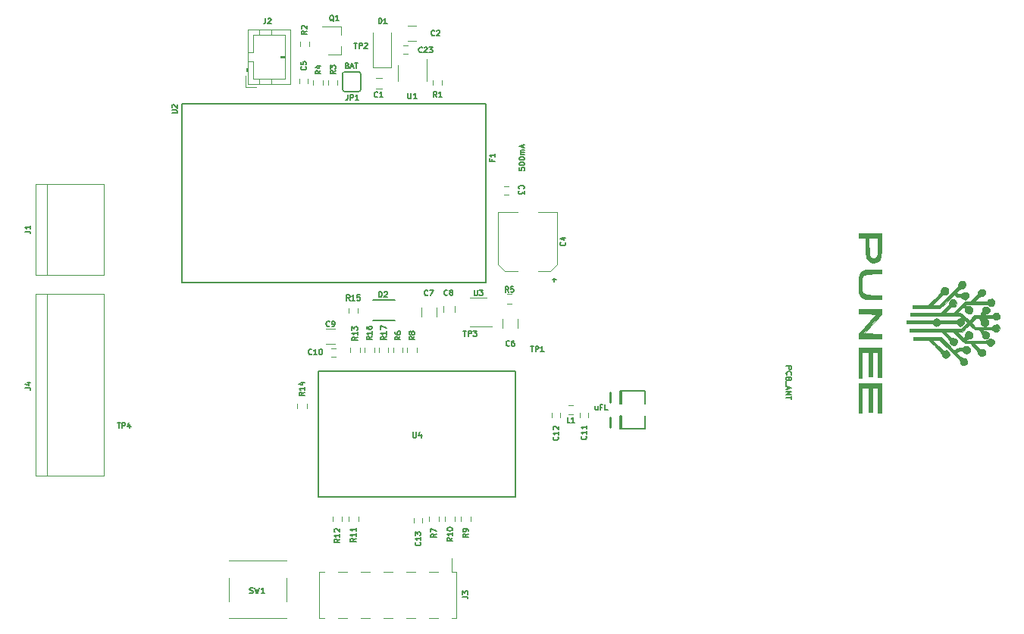
<source format=gbr>
G04 #@! TF.GenerationSoftware,KiCad,Pcbnew,(5.0.0)*
G04 #@! TF.CreationDate,2019-03-03T03:18:43+05:30*
G04 #@! TF.ProjectId,LoRa_Modbus,4C6F52615F4D6F646275732E6B696361,rev?*
G04 #@! TF.SameCoordinates,Original*
G04 #@! TF.FileFunction,Legend,Top*
G04 #@! TF.FilePolarity,Positive*
%FSLAX46Y46*%
G04 Gerber Fmt 4.6, Leading zero omitted, Abs format (unit mm)*
G04 Created by KiCad (PCBNEW (5.0.0)) date 03/03/19 03:18:43*
%MOMM*%
%LPD*%
G01*
G04 APERTURE LIST*
%ADD10C,0.120000*%
%ADD11C,0.150000*%
%ADD12C,0.254000*%
%ADD13C,0.203200*%
%ADD14C,0.152400*%
%ADD15C,0.127000*%
%ADD16C,0.010000*%
G04 APERTURE END LIST*
D10*
G04 #@! TO.C,J1*
X70370700Y-106362500D02*
X70370700Y-96202500D01*
X69100700Y-106362500D02*
X76720700Y-106362500D01*
X76720700Y-106362500D02*
X76720700Y-96202500D01*
X76720700Y-96202500D02*
X69100700Y-96202500D01*
X69100700Y-96202500D02*
X69100700Y-106362500D01*
G04 #@! TO.C,J4*
X69100700Y-108508800D02*
X69100700Y-128828800D01*
X76720700Y-108508800D02*
X76720700Y-128828800D01*
X70370700Y-128828800D02*
X70370700Y-108508800D01*
X69100700Y-128828800D02*
X76720700Y-128828800D01*
X76720700Y-108508800D02*
X69100700Y-108508800D01*
G04 #@! TO.C,C1*
X107112320Y-84342680D02*
X107812320Y-84342680D01*
X107812320Y-85542680D02*
X107112320Y-85542680D01*
G04 #@! TO.C,C2*
X111651200Y-78504680D02*
X110651200Y-78504680D01*
X110651200Y-80204680D02*
X111651200Y-80204680D01*
G04 #@! TO.C,C3*
X121442780Y-97371000D02*
X121942780Y-97371000D01*
X121942780Y-96431000D02*
X121442780Y-96431000D01*
G04 #@! TO.C,C4*
X120792780Y-105156000D02*
X120792780Y-99316000D01*
X121552780Y-105916000D02*
X120792780Y-105156000D01*
X127392780Y-105156000D02*
X126632780Y-105916000D01*
X127392780Y-99316000D02*
X127392780Y-105156000D01*
X121552780Y-105916000D02*
X122972780Y-105916000D01*
X120792780Y-99316000D02*
X122972780Y-99316000D01*
X127392780Y-99316000D02*
X125212780Y-99316000D01*
X126632780Y-105916000D02*
X125212780Y-105916000D01*
G04 #@! TO.C,C5*
X99532540Y-84909560D02*
X99532540Y-84409560D01*
X98592540Y-84409560D02*
X98592540Y-84909560D01*
G04 #@! TO.C,C6*
X121250340Y-111279108D02*
X121250340Y-112279108D01*
X122950340Y-112279108D02*
X122950340Y-111279108D01*
G04 #@! TO.C,C7*
X112197780Y-110015400D02*
X112197780Y-111015400D01*
X113897780Y-111015400D02*
X113897780Y-110015400D01*
G04 #@! TO.C,C8*
X115888560Y-109802880D02*
X115888560Y-110502880D01*
X114688560Y-110502880D02*
X114688560Y-109802880D01*
G04 #@! TO.C,C9*
X102549580Y-112357800D02*
X101549580Y-112357800D01*
X101549580Y-114057800D02*
X102549580Y-114057800D01*
G04 #@! TO.C,C10*
X102114540Y-115471400D02*
X102614540Y-115471400D01*
X102614540Y-114531400D02*
X102114540Y-114531400D01*
G04 #@! TO.C,C11*
X129877720Y-121730440D02*
X129877720Y-122230440D01*
X130817720Y-122230440D02*
X130817720Y-121730440D01*
G04 #@! TO.C,C12*
X127703680Y-122230440D02*
X127703680Y-121730440D01*
X126763680Y-121730440D02*
X126763680Y-122230440D01*
G04 #@! TO.C,C13*
X112311280Y-134061620D02*
X112311280Y-133561620D01*
X111371280Y-133561620D02*
X111371280Y-134061620D01*
G04 #@! TO.C,C23*
X110151200Y-81638240D02*
X110651200Y-81638240D01*
X110651200Y-80698240D02*
X110151200Y-80698240D01*
G04 #@! TO.C,D1*
X106777280Y-83138840D02*
X106777280Y-79238840D01*
X108777280Y-83138840D02*
X108777280Y-79238840D01*
X106777280Y-83138840D02*
X108777280Y-83138840D01*
D11*
G04 #@! TO.C,D2*
X106758740Y-109102600D02*
X109258740Y-109102600D01*
X109258740Y-111402600D02*
X106758740Y-111402600D01*
D10*
G04 #@! TO.C,J2*
X92525160Y-85315720D02*
X93775160Y-85315720D01*
X92525160Y-84065720D02*
X92525160Y-85315720D01*
X96925160Y-81965720D02*
X96425160Y-81965720D01*
X96425160Y-81865720D02*
X96925160Y-81865720D01*
X96425160Y-82065720D02*
X96425160Y-81865720D01*
X96925160Y-82065720D02*
X96425160Y-82065720D01*
X92725160Y-83265720D02*
X92725160Y-83565720D01*
X92625160Y-83565720D02*
X92825160Y-83565720D01*
X92625160Y-83265720D02*
X92625160Y-83565720D01*
X92825160Y-83265720D02*
X92625160Y-83265720D01*
X95425160Y-78915720D02*
X95425160Y-79515720D01*
X94125160Y-78915720D02*
X94125160Y-79515720D01*
X95425160Y-85015720D02*
X95425160Y-84415720D01*
X94125160Y-85015720D02*
X94125160Y-84415720D01*
X93425160Y-81465720D02*
X92825160Y-81465720D01*
X93425160Y-79515720D02*
X93425160Y-81465720D01*
X96925160Y-79515720D02*
X93425160Y-79515720D01*
X96925160Y-84415720D02*
X96925160Y-79515720D01*
X93425160Y-84415720D02*
X96925160Y-84415720D01*
X93425160Y-82465720D02*
X93425160Y-84415720D01*
X92825160Y-82465720D02*
X93425160Y-82465720D01*
X92825160Y-78915720D02*
X92825160Y-85015720D01*
X97525160Y-78915720D02*
X92825160Y-78915720D01*
X97525160Y-85015720D02*
X97525160Y-78915720D01*
X92825160Y-85015720D02*
X97525160Y-85015720D01*
G04 #@! TO.C,J3*
X103877840Y-144697760D02*
X102857840Y-144697760D01*
X103877840Y-139497760D02*
X102857840Y-139497760D01*
X106417840Y-144697760D02*
X105397840Y-144697760D01*
X106417840Y-139497760D02*
X105397840Y-139497760D01*
X108957840Y-144697760D02*
X107937840Y-144697760D01*
X108957840Y-139497760D02*
X107937840Y-139497760D01*
X111497840Y-144697760D02*
X110477840Y-144697760D01*
X111497840Y-139497760D02*
X110477840Y-139497760D01*
X114037840Y-144697760D02*
X113017840Y-144697760D01*
X114037840Y-139497760D02*
X113017840Y-139497760D01*
X101337840Y-144697760D02*
X100767840Y-144697760D01*
X101337840Y-139497760D02*
X100767840Y-139497760D01*
X116127840Y-144697760D02*
X115557840Y-144697760D01*
X116127840Y-139497760D02*
X115557840Y-139497760D01*
X115557840Y-138057760D02*
X115557840Y-139497760D01*
X100767840Y-139497760D02*
X100767840Y-144697760D01*
X116127840Y-139497760D02*
X116127840Y-144697760D01*
D12*
G04 #@! TO.C,J$1*
X133321790Y-122252740D02*
X133321790Y-123395740D01*
X133321790Y-119458740D02*
X133321790Y-120601740D01*
D13*
X134361790Y-119327240D02*
X134561790Y-119327240D01*
X134361790Y-120727240D02*
X134561790Y-120727240D01*
X134361790Y-122127240D02*
X134561790Y-122127240D01*
X134361790Y-123527240D02*
X134561790Y-123527240D01*
X134361790Y-119327240D02*
X134361790Y-120727240D01*
X134361790Y-122127240D02*
X134361790Y-123527240D01*
X134461790Y-119427240D02*
X134461790Y-120727240D01*
X134461790Y-122127240D02*
X134461790Y-123427240D01*
X137161790Y-119327240D02*
X137161790Y-120727240D01*
X137161790Y-122127240D02*
X137161790Y-123527240D01*
X134561790Y-119327240D02*
X134561790Y-120727240D01*
X137161790Y-119327240D02*
X134561790Y-119327240D01*
X134561790Y-123527240D02*
X137161790Y-123527240D01*
X134561790Y-122127240D02*
X134561790Y-123527240D01*
D14*
G04 #@! TO.C,JP1*
X103388160Y-85603080D02*
X103388160Y-83875880D01*
X103642160Y-85857080D02*
X105166160Y-85857080D01*
X103642160Y-83621880D02*
X105166160Y-83621880D01*
X105420160Y-83875880D02*
X105420160Y-85603080D01*
X105166160Y-85857080D02*
G75*
G03X105420160Y-85603080I0J254000D01*
G01*
X105420160Y-83875880D02*
G75*
G03X105166160Y-83621880I-254000J0D01*
G01*
X103642160Y-83621880D02*
G75*
G03X103388160Y-83875880I0J-254000D01*
G01*
X103388160Y-85603080D02*
G75*
G03X103642160Y-85857080I254000J0D01*
G01*
D10*
G04 #@! TO.C,L1*
X129129600Y-120897240D02*
X128629600Y-120897240D01*
X128629600Y-121957240D02*
X129129600Y-121957240D01*
G04 #@! TO.C,Q1*
X103233760Y-81747480D02*
X101773760Y-81747480D01*
X103233760Y-78587480D02*
X101073760Y-78587480D01*
X103233760Y-78587480D02*
X103233760Y-79517480D01*
X103233760Y-81747480D02*
X103233760Y-80817480D01*
G04 #@! TO.C,R1*
X113439800Y-84565680D02*
X113439800Y-85065680D01*
X114499800Y-85065680D02*
X114499800Y-84565680D01*
G04 #@! TO.C,R2*
X98616360Y-80301020D02*
X98616360Y-80801020D01*
X99676360Y-80801020D02*
X99676360Y-80301020D01*
G04 #@! TO.C,R3*
X102818340Y-85109560D02*
X102818340Y-84609560D01*
X101758340Y-84609560D02*
X101758340Y-85109560D01*
G04 #@! TO.C,R4*
X101175440Y-85109560D02*
X101175440Y-84609560D01*
X100115440Y-84609560D02*
X100115440Y-85109560D01*
G04 #@! TO.C,R5*
X122299540Y-108501268D02*
X121799540Y-108501268D01*
X121799540Y-109561268D02*
X122299540Y-109561268D01*
G04 #@! TO.C,R6*
X110101790Y-114956400D02*
X110101790Y-114456400D01*
X109041790Y-114456400D02*
X109041790Y-114956400D01*
G04 #@! TO.C,R7*
X114138066Y-133861620D02*
X114138066Y-133361620D01*
X113078066Y-133361620D02*
X113078066Y-133861620D01*
G04 #@! TO.C,R8*
X111693100Y-114956400D02*
X111693100Y-114456400D01*
X110633100Y-114456400D02*
X110633100Y-114956400D01*
G04 #@! TO.C,R9*
X117669720Y-133861620D02*
X117669720Y-133361620D01*
X116609720Y-133361620D02*
X116609720Y-133861620D01*
G04 #@! TO.C,R10*
X114843892Y-133361620D02*
X114843892Y-133861620D01*
X115903892Y-133861620D02*
X115903892Y-133361620D01*
G04 #@! TO.C,R11*
X104107840Y-133361620D02*
X104107840Y-133861620D01*
X105167840Y-133861620D02*
X105167840Y-133361620D01*
G04 #@! TO.C,R12*
X102284120Y-133361620D02*
X102284120Y-133861620D01*
X103344120Y-133861620D02*
X103344120Y-133361620D01*
G04 #@! TO.C,R13*
X104267860Y-114456400D02*
X104267860Y-114956400D01*
X105327860Y-114956400D02*
X105327860Y-114456400D01*
G04 #@! TO.C,R14*
X99412200Y-121212000D02*
X99412200Y-120712000D01*
X98352200Y-120712000D02*
X98352200Y-121212000D01*
G04 #@! TO.C,R15*
X105124660Y-110552040D02*
X105124660Y-110052040D01*
X104064660Y-110052040D02*
X104064660Y-110552040D01*
G04 #@! TO.C,R16*
X106919170Y-114956400D02*
X106919170Y-114456400D01*
X105859170Y-114456400D02*
X105859170Y-114956400D01*
G04 #@! TO.C,R17*
X107450480Y-114456400D02*
X107450480Y-114956400D01*
X108510480Y-114956400D02*
X108510480Y-114456400D01*
G04 #@! TO.C,SW1*
X90673800Y-144733400D02*
X97133800Y-144733400D01*
X90673800Y-140203400D02*
X90673800Y-142803400D01*
X90673800Y-138273400D02*
X97133800Y-138273400D01*
X97133800Y-140203400D02*
X97133800Y-142803400D01*
X90673800Y-138303400D02*
X90673800Y-138273400D01*
X90673800Y-144733400D02*
X90673800Y-144703400D01*
X97133800Y-144733400D02*
X97133800Y-144703400D01*
X97133800Y-138273400D02*
X97133800Y-138303400D01*
G04 #@! TO.C,U1*
X109591200Y-82904760D02*
X109591200Y-84704760D01*
X112811200Y-84704760D02*
X112811200Y-82254760D01*
D15*
G04 #@! TO.C,U2*
X119438200Y-87205800D02*
X85438200Y-87205800D01*
X85438200Y-107205800D02*
X119438200Y-107205800D01*
X85438200Y-87205800D02*
X85438200Y-107205800D01*
X119438200Y-107205800D02*
X119438200Y-87205800D01*
D10*
G04 #@! TO.C,U3*
X117644340Y-112105080D02*
X120094340Y-112105080D01*
X119444340Y-108885080D02*
X117644340Y-108885080D01*
D11*
G04 #@! TO.C,U4*
X122709200Y-117134880D02*
X122709200Y-131134880D01*
X122709200Y-131134880D02*
X100709200Y-131134880D01*
X100709200Y-131134880D02*
X100709200Y-117134880D01*
X100709200Y-117134880D02*
X122709200Y-117134880D01*
X122709200Y-117134880D02*
X122709200Y-117134880D01*
D16*
G04 #@! TO.C,G\002A\002A\002A*
G36*
X163562617Y-103380911D02*
X163553161Y-103753221D01*
X163534882Y-104048623D01*
X163505717Y-104279509D01*
X163463605Y-104458273D01*
X163406484Y-104597308D01*
X163332293Y-104709006D01*
X163253727Y-104792219D01*
X163039506Y-104927050D01*
X162787673Y-104983317D01*
X162524943Y-104961362D01*
X162278026Y-104861529D01*
X162163912Y-104778221D01*
X162060376Y-104672491D01*
X161980353Y-104550139D01*
X161921036Y-104397270D01*
X161879618Y-104199990D01*
X161853293Y-103944405D01*
X161839254Y-103616619D01*
X161834693Y-103202739D01*
X161834649Y-103148356D01*
X161834649Y-102190461D01*
X161020220Y-102190461D01*
X161020220Y-101732345D01*
X162179985Y-101732345D01*
X162179985Y-102190461D01*
X162198356Y-103144870D01*
X162205948Y-103486500D01*
X162214892Y-103742634D01*
X162226954Y-103929579D01*
X162243898Y-104063643D01*
X162267490Y-104161131D01*
X162299495Y-104238352D01*
X162320938Y-104277435D01*
X162394926Y-104386040D01*
X162476684Y-104441661D01*
X162605280Y-104465326D01*
X162679836Y-104470630D01*
X162853989Y-104470197D01*
X162963378Y-104437698D01*
X163022382Y-104388586D01*
X163092238Y-104261708D01*
X163145211Y-104051539D01*
X163181878Y-103753577D01*
X163202821Y-103363319D01*
X163208703Y-102941262D01*
X163208998Y-102190461D01*
X162179985Y-102190461D01*
X162179985Y-101732345D01*
X163565311Y-101732345D01*
X163565311Y-102919298D01*
X163562617Y-103380911D01*
X163562617Y-103380911D01*
G37*
X163562617Y-103380911D02*
X163553161Y-103753221D01*
X163534882Y-104048623D01*
X163505717Y-104279509D01*
X163463605Y-104458273D01*
X163406484Y-104597308D01*
X163332293Y-104709006D01*
X163253727Y-104792219D01*
X163039506Y-104927050D01*
X162787673Y-104983317D01*
X162524943Y-104961362D01*
X162278026Y-104861529D01*
X162163912Y-104778221D01*
X162060376Y-104672491D01*
X161980353Y-104550139D01*
X161921036Y-104397270D01*
X161879618Y-104199990D01*
X161853293Y-103944405D01*
X161839254Y-103616619D01*
X161834693Y-103202739D01*
X161834649Y-103148356D01*
X161834649Y-102190461D01*
X161020220Y-102190461D01*
X161020220Y-101732345D01*
X162179985Y-101732345D01*
X162179985Y-102190461D01*
X162198356Y-103144870D01*
X162205948Y-103486500D01*
X162214892Y-103742634D01*
X162226954Y-103929579D01*
X162243898Y-104063643D01*
X162267490Y-104161131D01*
X162299495Y-104238352D01*
X162320938Y-104277435D01*
X162394926Y-104386040D01*
X162476684Y-104441661D01*
X162605280Y-104465326D01*
X162679836Y-104470630D01*
X162853989Y-104470197D01*
X162963378Y-104437698D01*
X163022382Y-104388586D01*
X163092238Y-104261708D01*
X163145211Y-104051539D01*
X163181878Y-103753577D01*
X163202821Y-103363319D01*
X163208703Y-102941262D01*
X163208998Y-102190461D01*
X162179985Y-102190461D01*
X162179985Y-101732345D01*
X163565311Y-101732345D01*
X163565311Y-102919298D01*
X163562617Y-103380911D01*
G36*
X162712705Y-106221965D02*
X162356255Y-106232204D01*
X162086238Y-106247666D01*
X161887292Y-106272305D01*
X161744053Y-106310073D01*
X161641159Y-106364923D01*
X161563247Y-106440811D01*
X161499475Y-106534177D01*
X161459675Y-106612846D01*
X161432324Y-106707424D01*
X161415274Y-106837466D01*
X161406378Y-107022528D01*
X161403487Y-107282165D01*
X161403524Y-107407896D01*
X161408662Y-107767890D01*
X161429939Y-108047437D01*
X161478765Y-108256680D01*
X161566552Y-108405761D01*
X161704710Y-108504824D01*
X161904650Y-108564012D01*
X162177784Y-108593467D01*
X162535521Y-108603332D01*
X162749247Y-108604088D01*
X163565311Y-108604088D01*
X163565311Y-109062204D01*
X162657084Y-109062204D01*
X162328502Y-109061418D01*
X162084051Y-109057831D01*
X161906067Y-109049601D01*
X161776880Y-109034886D01*
X161678826Y-109011844D01*
X161594236Y-108978631D01*
X161525768Y-108944232D01*
X161340651Y-108813292D01*
X161201772Y-108627893D01*
X161174175Y-108576804D01*
X161126192Y-108477585D01*
X161091533Y-108382459D01*
X161067735Y-108272210D01*
X161052336Y-108127624D01*
X161042872Y-107929483D01*
X161036881Y-107658572D01*
X161034366Y-107485859D01*
X161032523Y-107122412D01*
X161038697Y-106844286D01*
X161053852Y-106635245D01*
X161078953Y-106479052D01*
X161098556Y-106405938D01*
X161222952Y-106149737D01*
X161407704Y-105946776D01*
X161631872Y-105818965D01*
X161671322Y-105806584D01*
X161785737Y-105788827D01*
X161980011Y-105773607D01*
X162232211Y-105762035D01*
X162520404Y-105755222D01*
X162712705Y-105753871D01*
X163565311Y-105753587D01*
X163565311Y-106203122D01*
X162712705Y-106221965D01*
X162712705Y-106221965D01*
G37*
X162712705Y-106221965D02*
X162356255Y-106232204D01*
X162086238Y-106247666D01*
X161887292Y-106272305D01*
X161744053Y-106310073D01*
X161641159Y-106364923D01*
X161563247Y-106440811D01*
X161499475Y-106534177D01*
X161459675Y-106612846D01*
X161432324Y-106707424D01*
X161415274Y-106837466D01*
X161406378Y-107022528D01*
X161403487Y-107282165D01*
X161403524Y-107407896D01*
X161408662Y-107767890D01*
X161429939Y-108047437D01*
X161478765Y-108256680D01*
X161566552Y-108405761D01*
X161704710Y-108504824D01*
X161904650Y-108564012D01*
X162177784Y-108593467D01*
X162535521Y-108603332D01*
X162749247Y-108604088D01*
X163565311Y-108604088D01*
X163565311Y-109062204D01*
X162657084Y-109062204D01*
X162328502Y-109061418D01*
X162084051Y-109057831D01*
X161906067Y-109049601D01*
X161776880Y-109034886D01*
X161678826Y-109011844D01*
X161594236Y-108978631D01*
X161525768Y-108944232D01*
X161340651Y-108813292D01*
X161201772Y-108627893D01*
X161174175Y-108576804D01*
X161126192Y-108477585D01*
X161091533Y-108382459D01*
X161067735Y-108272210D01*
X161052336Y-108127624D01*
X161042872Y-107929483D01*
X161036881Y-107658572D01*
X161034366Y-107485859D01*
X161032523Y-107122412D01*
X161038697Y-106844286D01*
X161053852Y-106635245D01*
X161078953Y-106479052D01*
X161098556Y-106405938D01*
X161222952Y-106149737D01*
X161407704Y-105946776D01*
X161631872Y-105818965D01*
X161671322Y-105806584D01*
X161785737Y-105788827D01*
X161980011Y-105773607D01*
X162232211Y-105762035D01*
X162520404Y-105755222D01*
X162712705Y-105753871D01*
X163565311Y-105753587D01*
X163565311Y-106203122D01*
X162712705Y-106221965D01*
G36*
X162605065Y-111817768D02*
X161644819Y-112905290D01*
X163565311Y-112932940D01*
X163565311Y-113439759D01*
X161020220Y-113439759D01*
X161020220Y-112945185D01*
X162971238Y-110716513D01*
X161995729Y-110702688D01*
X161020220Y-110688864D01*
X161020220Y-110182044D01*
X163565311Y-110182044D01*
X163565311Y-110730245D01*
X162605065Y-111817768D01*
X162605065Y-111817768D01*
G37*
X162605065Y-111817768D02*
X161644819Y-112905290D01*
X163565311Y-112932940D01*
X163565311Y-113439759D01*
X161020220Y-113439759D01*
X161020220Y-112945185D01*
X162971238Y-110716513D01*
X161995729Y-110702688D01*
X161020220Y-110688864D01*
X161020220Y-110182044D01*
X163565311Y-110182044D01*
X163565311Y-110730245D01*
X162605065Y-111817768D01*
G36*
X163208998Y-117766413D02*
X163208998Y-115017715D01*
X162547274Y-115017715D01*
X162547274Y-117715511D01*
X162140060Y-117715511D01*
X162140060Y-115017715D01*
X161427435Y-115017715D01*
X161427435Y-117868216D01*
X161020220Y-117868216D01*
X161020220Y-114508697D01*
X163565311Y-114508697D01*
X163565311Y-117766413D01*
X163208998Y-117766413D01*
X163208998Y-117766413D01*
G37*
X163208998Y-117766413D02*
X163208998Y-115017715D01*
X162547274Y-115017715D01*
X162547274Y-117715511D01*
X162140060Y-117715511D01*
X162140060Y-115017715D01*
X161427435Y-115017715D01*
X161427435Y-117868216D01*
X161020220Y-117868216D01*
X161020220Y-114508697D01*
X163565311Y-114508697D01*
X163565311Y-117766413D01*
X163208998Y-117766413D01*
G36*
X163208998Y-121736753D02*
X163208998Y-118988056D01*
X162547274Y-118988056D01*
X162547274Y-121685852D01*
X162140060Y-121685852D01*
X162140060Y-118988056D01*
X161427435Y-118988056D01*
X161427435Y-121787655D01*
X161020220Y-121787655D01*
X161020220Y-118479038D01*
X163565311Y-118479038D01*
X163565311Y-121736753D01*
X163208998Y-121736753D01*
X163208998Y-121736753D01*
G37*
X163208998Y-121736753D02*
X163208998Y-118988056D01*
X162547274Y-118988056D01*
X162547274Y-121685852D01*
X162140060Y-121685852D01*
X162140060Y-118988056D01*
X161427435Y-118988056D01*
X161427435Y-121787655D01*
X161020220Y-121787655D01*
X161020220Y-118479038D01*
X163565311Y-118479038D01*
X163565311Y-121736753D01*
X163208998Y-121736753D01*
G36*
X172787157Y-111786195D02*
X172681917Y-111913475D01*
X172546131Y-112016317D01*
X172412207Y-112064689D01*
X172396773Y-112065411D01*
X172255971Y-112023421D01*
X172108983Y-111912705D01*
X171956277Y-111760000D01*
X171042363Y-111760000D01*
X170709954Y-111761144D01*
X170465764Y-111765325D01*
X170296223Y-111773668D01*
X170187764Y-111787298D01*
X170126820Y-111807339D01*
X170099822Y-111834916D01*
X170098426Y-111838235D01*
X170023245Y-111925576D01*
X169889733Y-112006197D01*
X169740137Y-112057642D01*
X169671026Y-112065411D01*
X169567734Y-112029785D01*
X169447709Y-111941341D01*
X169419018Y-111912705D01*
X169276370Y-111760000D01*
X166415812Y-111760000D01*
X166415812Y-111454589D01*
X169312587Y-111454589D01*
X169439841Y-111327334D01*
X169605428Y-111221211D01*
X169724429Y-111200080D01*
X169903731Y-111248175D01*
X170009016Y-111327334D01*
X170056620Y-111372307D01*
X170106591Y-111405198D01*
X170174604Y-111427897D01*
X170276330Y-111442294D01*
X170427443Y-111450278D01*
X170643615Y-111453741D01*
X170940519Y-111454571D01*
X171064328Y-111454589D01*
X171395034Y-111453870D01*
X171639004Y-111450718D01*
X171811300Y-111443641D01*
X171926985Y-111431149D01*
X172001121Y-111411749D01*
X172048772Y-111383950D01*
X172078358Y-111354180D01*
X172230613Y-111241588D01*
X172402909Y-111211469D01*
X172571925Y-111254187D01*
X172714341Y-111360107D01*
X172806838Y-111519594D01*
X172829439Y-111664507D01*
X172787157Y-111786195D01*
X172787157Y-111786195D01*
G37*
X172787157Y-111786195D02*
X172681917Y-111913475D01*
X172546131Y-112016317D01*
X172412207Y-112064689D01*
X172396773Y-112065411D01*
X172255971Y-112023421D01*
X172108983Y-111912705D01*
X171956277Y-111760000D01*
X171042363Y-111760000D01*
X170709954Y-111761144D01*
X170465764Y-111765325D01*
X170296223Y-111773668D01*
X170187764Y-111787298D01*
X170126820Y-111807339D01*
X170099822Y-111834916D01*
X170098426Y-111838235D01*
X170023245Y-111925576D01*
X169889733Y-112006197D01*
X169740137Y-112057642D01*
X169671026Y-112065411D01*
X169567734Y-112029785D01*
X169447709Y-111941341D01*
X169419018Y-111912705D01*
X169276370Y-111760000D01*
X166415812Y-111760000D01*
X166415812Y-111454589D01*
X169312587Y-111454589D01*
X169439841Y-111327334D01*
X169605428Y-111221211D01*
X169724429Y-111200080D01*
X169903731Y-111248175D01*
X170009016Y-111327334D01*
X170056620Y-111372307D01*
X170106591Y-111405198D01*
X170174604Y-111427897D01*
X170276330Y-111442294D01*
X170427443Y-111450278D01*
X170643615Y-111453741D01*
X170940519Y-111454571D01*
X171064328Y-111454589D01*
X171395034Y-111453870D01*
X171639004Y-111450718D01*
X171811300Y-111443641D01*
X171926985Y-111431149D01*
X172001121Y-111411749D01*
X172048772Y-111383950D01*
X172078358Y-111354180D01*
X172230613Y-111241588D01*
X172402909Y-111211469D01*
X172571925Y-111254187D01*
X172714341Y-111360107D01*
X172806838Y-111519594D01*
X172829439Y-111664507D01*
X172787157Y-111786195D01*
G36*
X176768171Y-111168218D02*
X176666296Y-111301064D01*
X176487126Y-111378413D01*
X176366822Y-111379565D01*
X176227895Y-111343405D01*
X176106851Y-111284477D01*
X176040198Y-111217326D01*
X176036252Y-111198773D01*
X175987736Y-111177904D01*
X175851588Y-111161946D01*
X175641909Y-111152024D01*
X175415250Y-111149178D01*
X175150256Y-111151207D01*
X174975064Y-111158180D01*
X174877736Y-111171427D01*
X174846335Y-111192278D01*
X174856499Y-111211428D01*
X174947609Y-111250820D01*
X175081281Y-111259658D01*
X175085082Y-111259348D01*
X175278957Y-111285448D01*
X175429722Y-111387075D01*
X175515524Y-111545427D01*
X175527234Y-111639786D01*
X175513174Y-111789543D01*
X175479164Y-111907304D01*
X175477407Y-111910698D01*
X175369237Y-112016086D01*
X175205043Y-112073869D01*
X175023877Y-112072838D01*
X174966240Y-112057409D01*
X174807135Y-111961782D01*
X174726579Y-111807421D01*
X174712806Y-111673359D01*
X174684181Y-111540922D01*
X174612672Y-111385446D01*
X174583716Y-111339151D01*
X174465531Y-111201670D01*
X174344669Y-111146949D01*
X174208090Y-111176517D01*
X174042753Y-111291902D01*
X173909207Y-111418172D01*
X173643554Y-111687166D01*
X174130932Y-112167214D01*
X175926618Y-112167214D01*
X176079323Y-112014509D01*
X176249871Y-111900775D01*
X176430265Y-111872584D01*
X176596231Y-111926850D01*
X176723492Y-112060489D01*
X176743265Y-112098870D01*
X176795928Y-112309956D01*
X176759197Y-112492691D01*
X176641329Y-112630450D01*
X176450578Y-112706609D01*
X176440651Y-112708283D01*
X176295428Y-112712842D01*
X176173150Y-112659502D01*
X176102441Y-112604932D01*
X176023461Y-112544513D01*
X175943440Y-112505922D01*
X175837671Y-112484311D01*
X175681447Y-112474830D01*
X175450062Y-112472632D01*
X175428279Y-112472625D01*
X175195585Y-112474041D01*
X175048489Y-112480271D01*
X174970799Y-112494284D01*
X174946326Y-112519052D01*
X174958880Y-112557544D01*
X174959489Y-112558638D01*
X175042672Y-112622199D01*
X175207233Y-112648102D01*
X175235625Y-112648936D01*
X175442029Y-112675740D01*
X175572939Y-112755031D01*
X175646448Y-112899235D01*
X175656000Y-112937621D01*
X175656241Y-113145531D01*
X175572854Y-113321096D01*
X175422679Y-113443170D01*
X175222557Y-113490612D01*
X175215513Y-113490661D01*
X175086865Y-113446959D01*
X174958564Y-113337021D01*
X174858570Y-113192599D01*
X174814841Y-113045444D01*
X174814609Y-113035369D01*
X174786262Y-112895814D01*
X174715049Y-112732529D01*
X174680591Y-112675141D01*
X174598407Y-112559826D01*
X174524030Y-112499483D01*
X174420456Y-112476340D01*
X174258912Y-112472625D01*
X174110331Y-112469224D01*
X174004507Y-112448827D01*
X173910639Y-112396140D01*
X173797930Y-112295871D01*
X173694466Y-112192358D01*
X173417680Y-111912091D01*
X173033355Y-112294161D01*
X172649030Y-112676232D01*
X171992107Y-112676232D01*
X172370354Y-113057021D01*
X172748601Y-113437809D01*
X172855228Y-113337638D01*
X172932944Y-113223068D01*
X172942119Y-113068668D01*
X172941320Y-113061568D01*
X172965540Y-112877910D01*
X173069416Y-112730590D01*
X173231726Y-112642237D01*
X173348869Y-112626949D01*
X173542782Y-112667309D01*
X173679180Y-112769529D01*
X173757684Y-112911763D01*
X173777916Y-113072164D01*
X173739500Y-113228887D01*
X173642057Y-113360086D01*
X173485210Y-113443914D01*
X173363307Y-113462355D01*
X173175538Y-113509423D01*
X173072386Y-113581403D01*
X172959521Y-113694268D01*
X174159136Y-113694268D01*
X174540567Y-113693794D01*
X174833215Y-113691706D01*
X175050095Y-113687005D01*
X175204226Y-113678693D01*
X175308626Y-113665769D01*
X175376311Y-113647236D01*
X175420300Y-113622095D01*
X175448271Y-113595350D01*
X175609476Y-113487235D01*
X175803790Y-113461410D01*
X175975467Y-113511001D01*
X176122100Y-113636703D01*
X176191221Y-113805101D01*
X176179212Y-113988865D01*
X176082459Y-114160667D01*
X176064017Y-114180149D01*
X175896355Y-114287929D01*
X175715580Y-114297750D01*
X175534151Y-114210192D01*
X175468502Y-114152385D01*
X175315796Y-113999679D01*
X173926769Y-113999679D01*
X174243412Y-114319163D01*
X174399119Y-114472798D01*
X174508260Y-114565864D01*
X174594105Y-114611866D01*
X174679926Y-114624309D01*
X174760917Y-114619491D01*
X174917334Y-114621519D01*
X175032634Y-114676970D01*
X175091800Y-114730359D01*
X175194585Y-114893066D01*
X175214181Y-115069267D01*
X175160896Y-115234524D01*
X175045037Y-115364401D01*
X174876910Y-115434461D01*
X174792423Y-115440148D01*
X174588226Y-115394470D01*
X174449560Y-115270885D01*
X174377299Y-115074354D01*
X174343963Y-114970990D01*
X174271241Y-114851310D01*
X174147512Y-114699782D01*
X173961157Y-114500873D01*
X173906523Y-114445070D01*
X173467834Y-113999679D01*
X172922067Y-113999679D01*
X172226755Y-113338625D01*
X171531443Y-112677572D01*
X171100143Y-112676902D01*
X170668842Y-112676232D01*
X171022425Y-113032545D01*
X171189878Y-113197776D01*
X171309528Y-113302334D01*
X171403103Y-113359904D01*
X171492330Y-113384174D01*
X171588066Y-113388858D01*
X171811086Y-113421999D01*
X171957867Y-113522260D01*
X172029799Y-113690897D01*
X172038147Y-113796072D01*
X172000025Y-113998882D01*
X171886817Y-114133256D01*
X171700264Y-114197555D01*
X171605851Y-114203286D01*
X171416601Y-114157888D01*
X171276334Y-114035452D01*
X171205349Y-113856623D01*
X171200581Y-113791134D01*
X171183965Y-113710988D01*
X171127533Y-113609337D01*
X171021407Y-113472789D01*
X170855710Y-113287948D01*
X170736446Y-113161726D01*
X170272311Y-112676232D01*
X166721222Y-112676232D01*
X166721222Y-112370821D01*
X172501307Y-112370821D01*
X172843866Y-112025618D01*
X173186424Y-111680414D01*
X172757155Y-111287542D01*
X172327885Y-110894669D01*
X166823026Y-110894669D01*
X166823026Y-110589258D01*
X168540962Y-110589233D01*
X170258898Y-110589207D01*
X170704289Y-110109451D01*
X170892324Y-109903404D01*
X171019627Y-109752776D01*
X171097427Y-109640976D01*
X171136954Y-109551413D01*
X171149438Y-109467497D01*
X171149679Y-109451447D01*
X171192537Y-109273497D01*
X171305042Y-109145284D01*
X171463091Y-109076863D01*
X171642581Y-109078287D01*
X171819410Y-109159607D01*
X171829989Y-109167702D01*
X171933796Y-109309362D01*
X171969472Y-109498441D01*
X171932489Y-109696196D01*
X171852172Y-109791384D01*
X171715114Y-109870132D01*
X171566263Y-109911198D01*
X171484924Y-109907732D01*
X171415536Y-109909489D01*
X171327761Y-109954903D01*
X171206009Y-110054950D01*
X171034691Y-110220609D01*
X171020930Y-110234452D01*
X170668842Y-110589258D01*
X171634774Y-110589258D01*
X172269519Y-109952986D01*
X172904264Y-109316713D01*
X173518861Y-109316713D01*
X173937677Y-108895710D01*
X174130911Y-108695468D01*
X174257852Y-108547447D01*
X174329195Y-108437262D01*
X174355638Y-108350525D01*
X174356493Y-108332444D01*
X174391421Y-108135384D01*
X174500922Y-108003867D01*
X174609927Y-107950366D01*
X174807650Y-107924618D01*
X174917487Y-107950366D01*
X175072551Y-108047220D01*
X175158262Y-108188683D01*
X175179766Y-108351338D01*
X175142209Y-108511766D01*
X175050737Y-108646549D01*
X174910497Y-108732269D01*
X174742297Y-108747604D01*
X174645183Y-108743833D01*
X174561143Y-108767901D01*
X174466109Y-108833770D01*
X174336014Y-108955401D01*
X174269920Y-109021630D01*
X173977916Y-109316713D01*
X174701674Y-109316713D01*
X174993319Y-109315078D01*
X175197309Y-109309219D01*
X175327752Y-109297703D01*
X175398759Y-109279097D01*
X175424438Y-109251971D01*
X175425431Y-109243247D01*
X175471451Y-109146829D01*
X175589989Y-109066343D01*
X175751759Y-109018162D01*
X175840277Y-109011302D01*
X176000743Y-109035802D01*
X176116779Y-109124037D01*
X176134362Y-109145421D01*
X176223228Y-109324542D01*
X176228539Y-109505476D01*
X176160544Y-109664870D01*
X176029491Y-109779372D01*
X175845627Y-109825628D01*
X175835815Y-109825731D01*
X175641625Y-109791545D01*
X175513345Y-109723928D01*
X175465829Y-109691220D01*
X175408217Y-109666359D01*
X175326852Y-109648276D01*
X175208076Y-109635902D01*
X175038230Y-109628171D01*
X174803658Y-109624013D01*
X174490702Y-109622361D01*
X174211488Y-109622124D01*
X173876251Y-109624002D01*
X173575974Y-109629269D01*
X173325310Y-109637374D01*
X173138911Y-109647765D01*
X173031430Y-109659892D01*
X173011160Y-109667258D01*
X173016319Y-109734546D01*
X173094665Y-109793877D01*
X173217849Y-109829911D01*
X173317240Y-109832916D01*
X173495063Y-109861093D01*
X173633343Y-109962948D01*
X173720820Y-110114363D01*
X173746239Y-110291219D01*
X173698340Y-110469401D01*
X173649302Y-110544286D01*
X173548441Y-110628777D01*
X173405920Y-110661292D01*
X173338457Y-110663297D01*
X173134874Y-110623356D01*
X172997871Y-110508318D01*
X172934710Y-110325364D01*
X172931242Y-110260647D01*
X172901948Y-110111354D01*
X172839494Y-110012987D01*
X172791456Y-109978543D01*
X172741212Y-109977544D01*
X172671312Y-110020275D01*
X172564307Y-110117019D01*
X172421025Y-110259607D01*
X172094304Y-110589258D01*
X172278438Y-110589258D01*
X172365488Y-110597457D01*
X172453326Y-110629571D01*
X172559085Y-110696881D01*
X172699897Y-110810663D01*
X172892897Y-110982198D01*
X172938691Y-111023902D01*
X173414810Y-111458546D01*
X173686886Y-111151157D01*
X173958962Y-110843767D01*
X174281516Y-110843767D01*
X174460715Y-110840169D01*
X174570910Y-110821175D01*
X174644850Y-110774487D01*
X174715286Y-110687807D01*
X174722065Y-110678336D01*
X174823860Y-110450959D01*
X174841495Y-110290913D01*
X174879727Y-110084141D01*
X174991190Y-109948075D01*
X175175733Y-109882860D01*
X175274670Y-109876633D01*
X175434625Y-109898719D01*
X175548076Y-109979398D01*
X175574442Y-110010752D01*
X175663397Y-110190008D01*
X175668672Y-110370977D01*
X175600521Y-110530339D01*
X175469200Y-110644774D01*
X175284965Y-110690962D01*
X175275264Y-110691062D01*
X175126369Y-110710839D01*
X175024569Y-110760600D01*
X175018216Y-110767415D01*
X175000089Y-110802567D01*
X175026308Y-110825054D01*
X175112226Y-110837592D01*
X175273199Y-110842898D01*
X175449678Y-110843767D01*
X175678708Y-110842433D01*
X175830441Y-110834518D01*
X175929383Y-110814151D01*
X176000038Y-110775463D01*
X176066910Y-110712583D01*
X176087154Y-110691062D01*
X176259039Y-110567366D01*
X176444200Y-110543145D01*
X176632126Y-110619256D01*
X176665660Y-110643855D01*
X176757248Y-110740367D01*
X176795060Y-110863896D01*
X176799779Y-110966827D01*
X176768171Y-111168218D01*
X176768171Y-111168218D01*
G37*
X176768171Y-111168218D02*
X176666296Y-111301064D01*
X176487126Y-111378413D01*
X176366822Y-111379565D01*
X176227895Y-111343405D01*
X176106851Y-111284477D01*
X176040198Y-111217326D01*
X176036252Y-111198773D01*
X175987736Y-111177904D01*
X175851588Y-111161946D01*
X175641909Y-111152024D01*
X175415250Y-111149178D01*
X175150256Y-111151207D01*
X174975064Y-111158180D01*
X174877736Y-111171427D01*
X174846335Y-111192278D01*
X174856499Y-111211428D01*
X174947609Y-111250820D01*
X175081281Y-111259658D01*
X175085082Y-111259348D01*
X175278957Y-111285448D01*
X175429722Y-111387075D01*
X175515524Y-111545427D01*
X175527234Y-111639786D01*
X175513174Y-111789543D01*
X175479164Y-111907304D01*
X175477407Y-111910698D01*
X175369237Y-112016086D01*
X175205043Y-112073869D01*
X175023877Y-112072838D01*
X174966240Y-112057409D01*
X174807135Y-111961782D01*
X174726579Y-111807421D01*
X174712806Y-111673359D01*
X174684181Y-111540922D01*
X174612672Y-111385446D01*
X174583716Y-111339151D01*
X174465531Y-111201670D01*
X174344669Y-111146949D01*
X174208090Y-111176517D01*
X174042753Y-111291902D01*
X173909207Y-111418172D01*
X173643554Y-111687166D01*
X174130932Y-112167214D01*
X175926618Y-112167214D01*
X176079323Y-112014509D01*
X176249871Y-111900775D01*
X176430265Y-111872584D01*
X176596231Y-111926850D01*
X176723492Y-112060489D01*
X176743265Y-112098870D01*
X176795928Y-112309956D01*
X176759197Y-112492691D01*
X176641329Y-112630450D01*
X176450578Y-112706609D01*
X176440651Y-112708283D01*
X176295428Y-112712842D01*
X176173150Y-112659502D01*
X176102441Y-112604932D01*
X176023461Y-112544513D01*
X175943440Y-112505922D01*
X175837671Y-112484311D01*
X175681447Y-112474830D01*
X175450062Y-112472632D01*
X175428279Y-112472625D01*
X175195585Y-112474041D01*
X175048489Y-112480271D01*
X174970799Y-112494284D01*
X174946326Y-112519052D01*
X174958880Y-112557544D01*
X174959489Y-112558638D01*
X175042672Y-112622199D01*
X175207233Y-112648102D01*
X175235625Y-112648936D01*
X175442029Y-112675740D01*
X175572939Y-112755031D01*
X175646448Y-112899235D01*
X175656000Y-112937621D01*
X175656241Y-113145531D01*
X175572854Y-113321096D01*
X175422679Y-113443170D01*
X175222557Y-113490612D01*
X175215513Y-113490661D01*
X175086865Y-113446959D01*
X174958564Y-113337021D01*
X174858570Y-113192599D01*
X174814841Y-113045444D01*
X174814609Y-113035369D01*
X174786262Y-112895814D01*
X174715049Y-112732529D01*
X174680591Y-112675141D01*
X174598407Y-112559826D01*
X174524030Y-112499483D01*
X174420456Y-112476340D01*
X174258912Y-112472625D01*
X174110331Y-112469224D01*
X174004507Y-112448827D01*
X173910639Y-112396140D01*
X173797930Y-112295871D01*
X173694466Y-112192358D01*
X173417680Y-111912091D01*
X173033355Y-112294161D01*
X172649030Y-112676232D01*
X171992107Y-112676232D01*
X172370354Y-113057021D01*
X172748601Y-113437809D01*
X172855228Y-113337638D01*
X172932944Y-113223068D01*
X172942119Y-113068668D01*
X172941320Y-113061568D01*
X172965540Y-112877910D01*
X173069416Y-112730590D01*
X173231726Y-112642237D01*
X173348869Y-112626949D01*
X173542782Y-112667309D01*
X173679180Y-112769529D01*
X173757684Y-112911763D01*
X173777916Y-113072164D01*
X173739500Y-113228887D01*
X173642057Y-113360086D01*
X173485210Y-113443914D01*
X173363307Y-113462355D01*
X173175538Y-113509423D01*
X173072386Y-113581403D01*
X172959521Y-113694268D01*
X174159136Y-113694268D01*
X174540567Y-113693794D01*
X174833215Y-113691706D01*
X175050095Y-113687005D01*
X175204226Y-113678693D01*
X175308626Y-113665769D01*
X175376311Y-113647236D01*
X175420300Y-113622095D01*
X175448271Y-113595350D01*
X175609476Y-113487235D01*
X175803790Y-113461410D01*
X175975467Y-113511001D01*
X176122100Y-113636703D01*
X176191221Y-113805101D01*
X176179212Y-113988865D01*
X176082459Y-114160667D01*
X176064017Y-114180149D01*
X175896355Y-114287929D01*
X175715580Y-114297750D01*
X175534151Y-114210192D01*
X175468502Y-114152385D01*
X175315796Y-113999679D01*
X173926769Y-113999679D01*
X174243412Y-114319163D01*
X174399119Y-114472798D01*
X174508260Y-114565864D01*
X174594105Y-114611866D01*
X174679926Y-114624309D01*
X174760917Y-114619491D01*
X174917334Y-114621519D01*
X175032634Y-114676970D01*
X175091800Y-114730359D01*
X175194585Y-114893066D01*
X175214181Y-115069267D01*
X175160896Y-115234524D01*
X175045037Y-115364401D01*
X174876910Y-115434461D01*
X174792423Y-115440148D01*
X174588226Y-115394470D01*
X174449560Y-115270885D01*
X174377299Y-115074354D01*
X174343963Y-114970990D01*
X174271241Y-114851310D01*
X174147512Y-114699782D01*
X173961157Y-114500873D01*
X173906523Y-114445070D01*
X173467834Y-113999679D01*
X172922067Y-113999679D01*
X172226755Y-113338625D01*
X171531443Y-112677572D01*
X171100143Y-112676902D01*
X170668842Y-112676232D01*
X171022425Y-113032545D01*
X171189878Y-113197776D01*
X171309528Y-113302334D01*
X171403103Y-113359904D01*
X171492330Y-113384174D01*
X171588066Y-113388858D01*
X171811086Y-113421999D01*
X171957867Y-113522260D01*
X172029799Y-113690897D01*
X172038147Y-113796072D01*
X172000025Y-113998882D01*
X171886817Y-114133256D01*
X171700264Y-114197555D01*
X171605851Y-114203286D01*
X171416601Y-114157888D01*
X171276334Y-114035452D01*
X171205349Y-113856623D01*
X171200581Y-113791134D01*
X171183965Y-113710988D01*
X171127533Y-113609337D01*
X171021407Y-113472789D01*
X170855710Y-113287948D01*
X170736446Y-113161726D01*
X170272311Y-112676232D01*
X166721222Y-112676232D01*
X166721222Y-112370821D01*
X172501307Y-112370821D01*
X172843866Y-112025618D01*
X173186424Y-111680414D01*
X172757155Y-111287542D01*
X172327885Y-110894669D01*
X166823026Y-110894669D01*
X166823026Y-110589258D01*
X168540962Y-110589233D01*
X170258898Y-110589207D01*
X170704289Y-110109451D01*
X170892324Y-109903404D01*
X171019627Y-109752776D01*
X171097427Y-109640976D01*
X171136954Y-109551413D01*
X171149438Y-109467497D01*
X171149679Y-109451447D01*
X171192537Y-109273497D01*
X171305042Y-109145284D01*
X171463091Y-109076863D01*
X171642581Y-109078287D01*
X171819410Y-109159607D01*
X171829989Y-109167702D01*
X171933796Y-109309362D01*
X171969472Y-109498441D01*
X171932489Y-109696196D01*
X171852172Y-109791384D01*
X171715114Y-109870132D01*
X171566263Y-109911198D01*
X171484924Y-109907732D01*
X171415536Y-109909489D01*
X171327761Y-109954903D01*
X171206009Y-110054950D01*
X171034691Y-110220609D01*
X171020930Y-110234452D01*
X170668842Y-110589258D01*
X171634774Y-110589258D01*
X172269519Y-109952986D01*
X172904264Y-109316713D01*
X173518861Y-109316713D01*
X173937677Y-108895710D01*
X174130911Y-108695468D01*
X174257852Y-108547447D01*
X174329195Y-108437262D01*
X174355638Y-108350525D01*
X174356493Y-108332444D01*
X174391421Y-108135384D01*
X174500922Y-108003867D01*
X174609927Y-107950366D01*
X174807650Y-107924618D01*
X174917487Y-107950366D01*
X175072551Y-108047220D01*
X175158262Y-108188683D01*
X175179766Y-108351338D01*
X175142209Y-108511766D01*
X175050737Y-108646549D01*
X174910497Y-108732269D01*
X174742297Y-108747604D01*
X174645183Y-108743833D01*
X174561143Y-108767901D01*
X174466109Y-108833770D01*
X174336014Y-108955401D01*
X174269920Y-109021630D01*
X173977916Y-109316713D01*
X174701674Y-109316713D01*
X174993319Y-109315078D01*
X175197309Y-109309219D01*
X175327752Y-109297703D01*
X175398759Y-109279097D01*
X175424438Y-109251971D01*
X175425431Y-109243247D01*
X175471451Y-109146829D01*
X175589989Y-109066343D01*
X175751759Y-109018162D01*
X175840277Y-109011302D01*
X176000743Y-109035802D01*
X176116779Y-109124037D01*
X176134362Y-109145421D01*
X176223228Y-109324542D01*
X176228539Y-109505476D01*
X176160544Y-109664870D01*
X176029491Y-109779372D01*
X175845627Y-109825628D01*
X175835815Y-109825731D01*
X175641625Y-109791545D01*
X175513345Y-109723928D01*
X175465829Y-109691220D01*
X175408217Y-109666359D01*
X175326852Y-109648276D01*
X175208076Y-109635902D01*
X175038230Y-109628171D01*
X174803658Y-109624013D01*
X174490702Y-109622361D01*
X174211488Y-109622124D01*
X173876251Y-109624002D01*
X173575974Y-109629269D01*
X173325310Y-109637374D01*
X173138911Y-109647765D01*
X173031430Y-109659892D01*
X173011160Y-109667258D01*
X173016319Y-109734546D01*
X173094665Y-109793877D01*
X173217849Y-109829911D01*
X173317240Y-109832916D01*
X173495063Y-109861093D01*
X173633343Y-109962948D01*
X173720820Y-110114363D01*
X173746239Y-110291219D01*
X173698340Y-110469401D01*
X173649302Y-110544286D01*
X173548441Y-110628777D01*
X173405920Y-110661292D01*
X173338457Y-110663297D01*
X173134874Y-110623356D01*
X172997871Y-110508318D01*
X172934710Y-110325364D01*
X172931242Y-110260647D01*
X172901948Y-110111354D01*
X172839494Y-110012987D01*
X172791456Y-109978543D01*
X172741212Y-109977544D01*
X172671312Y-110020275D01*
X172564307Y-110117019D01*
X172421025Y-110259607D01*
X172094304Y-110589258D01*
X172278438Y-110589258D01*
X172365488Y-110597457D01*
X172453326Y-110629571D01*
X172559085Y-110696881D01*
X172699897Y-110810663D01*
X172892897Y-110982198D01*
X172938691Y-111023902D01*
X173414810Y-111458546D01*
X173686886Y-111151157D01*
X173958962Y-110843767D01*
X174281516Y-110843767D01*
X174460715Y-110840169D01*
X174570910Y-110821175D01*
X174644850Y-110774487D01*
X174715286Y-110687807D01*
X174722065Y-110678336D01*
X174823860Y-110450959D01*
X174841495Y-110290913D01*
X174879727Y-110084141D01*
X174991190Y-109948075D01*
X175175733Y-109882860D01*
X175274670Y-109876633D01*
X175434625Y-109898719D01*
X175548076Y-109979398D01*
X175574442Y-110010752D01*
X175663397Y-110190008D01*
X175668672Y-110370977D01*
X175600521Y-110530339D01*
X175469200Y-110644774D01*
X175284965Y-110690962D01*
X175275264Y-110691062D01*
X175126369Y-110710839D01*
X175024569Y-110760600D01*
X175018216Y-110767415D01*
X175000089Y-110802567D01*
X175026308Y-110825054D01*
X175112226Y-110837592D01*
X175273199Y-110842898D01*
X175449678Y-110843767D01*
X175678708Y-110842433D01*
X175830441Y-110834518D01*
X175929383Y-110814151D01*
X176000038Y-110775463D01*
X176066910Y-110712583D01*
X176087154Y-110691062D01*
X176259039Y-110567366D01*
X176444200Y-110543145D01*
X176632126Y-110619256D01*
X176665660Y-110643855D01*
X176757248Y-110740367D01*
X176795060Y-110863896D01*
X176799779Y-110966827D01*
X176768171Y-111168218D01*
G36*
X173278419Y-108924205D02*
X173204338Y-109007608D01*
X173017035Y-109101993D01*
X172830594Y-109095890D01*
X172655523Y-108990158D01*
X172625832Y-108960401D01*
X172515680Y-108862236D01*
X172398444Y-108817684D01*
X172239157Y-108807695D01*
X172061957Y-108793524D01*
X171934970Y-108739377D01*
X171851043Y-108669651D01*
X171706955Y-108531607D01*
X170931428Y-109305924D01*
X170155900Y-110080240D01*
X167026633Y-110080240D01*
X167026633Y-109774829D01*
X168784062Y-109774829D01*
X169508755Y-109048842D01*
X169755722Y-108800283D01*
X169939347Y-108611231D01*
X170068944Y-108469879D01*
X170153826Y-108364423D01*
X170203307Y-108283058D01*
X170226699Y-108213980D01*
X170233317Y-108145384D01*
X170233447Y-108130296D01*
X170274951Y-107928736D01*
X170384655Y-107783301D01*
X170540348Y-107704282D01*
X170719820Y-107701970D01*
X170900860Y-107786655D01*
X170927963Y-107808514D01*
X171038980Y-107959870D01*
X171069547Y-108131810D01*
X171029755Y-108300098D01*
X170929696Y-108440497D01*
X170779463Y-108528771D01*
X170621344Y-108544860D01*
X170556792Y-108545685D01*
X170489634Y-108567325D01*
X170407342Y-108619706D01*
X170297391Y-108712752D01*
X170147250Y-108856388D01*
X169944394Y-109060538D01*
X169854391Y-109152453D01*
X169246277Y-109774829D01*
X170005277Y-109774829D01*
X171086496Y-108692732D01*
X171396930Y-108381132D01*
X171642210Y-108132129D01*
X171829855Y-107937027D01*
X171967385Y-107787130D01*
X172062319Y-107673743D01*
X172122175Y-107588169D01*
X172154474Y-107521713D01*
X172166732Y-107465679D01*
X172167715Y-107442292D01*
X172195824Y-107240034D01*
X172288356Y-107106529D01*
X172439953Y-107028681D01*
X172651613Y-106999547D01*
X172819503Y-107058451D01*
X172932926Y-107197146D01*
X172981185Y-107407388D01*
X172982144Y-107446578D01*
X172937212Y-107633851D01*
X172814618Y-107769668D01*
X172632666Y-107836551D01*
X172569522Y-107840561D01*
X172449095Y-107856684D01*
X172335813Y-107916742D01*
X172198840Y-108038262D01*
X172169125Y-108068183D01*
X172048856Y-108193804D01*
X171990963Y-108271761D01*
X171985876Y-108326417D01*
X172024026Y-108382135D01*
X172039161Y-108399045D01*
X172175228Y-108482852D01*
X172348254Y-108505806D01*
X172516280Y-108468633D01*
X172624964Y-108388912D01*
X172756989Y-108298379D01*
X172930129Y-108268786D01*
X173104224Y-108299765D01*
X173239115Y-108390950D01*
X173242087Y-108394551D01*
X173326194Y-108565134D01*
X173337569Y-108753628D01*
X173278419Y-108924205D01*
X173278419Y-108924205D01*
G37*
X173278419Y-108924205D02*
X173204338Y-109007608D01*
X173017035Y-109101993D01*
X172830594Y-109095890D01*
X172655523Y-108990158D01*
X172625832Y-108960401D01*
X172515680Y-108862236D01*
X172398444Y-108817684D01*
X172239157Y-108807695D01*
X172061957Y-108793524D01*
X171934970Y-108739377D01*
X171851043Y-108669651D01*
X171706955Y-108531607D01*
X170931428Y-109305924D01*
X170155900Y-110080240D01*
X167026633Y-110080240D01*
X167026633Y-109774829D01*
X168784062Y-109774829D01*
X169508755Y-109048842D01*
X169755722Y-108800283D01*
X169939347Y-108611231D01*
X170068944Y-108469879D01*
X170153826Y-108364423D01*
X170203307Y-108283058D01*
X170226699Y-108213980D01*
X170233317Y-108145384D01*
X170233447Y-108130296D01*
X170274951Y-107928736D01*
X170384655Y-107783301D01*
X170540348Y-107704282D01*
X170719820Y-107701970D01*
X170900860Y-107786655D01*
X170927963Y-107808514D01*
X171038980Y-107959870D01*
X171069547Y-108131810D01*
X171029755Y-108300098D01*
X170929696Y-108440497D01*
X170779463Y-108528771D01*
X170621344Y-108544860D01*
X170556792Y-108545685D01*
X170489634Y-108567325D01*
X170407342Y-108619706D01*
X170297391Y-108712752D01*
X170147250Y-108856388D01*
X169944394Y-109060538D01*
X169854391Y-109152453D01*
X169246277Y-109774829D01*
X170005277Y-109774829D01*
X171086496Y-108692732D01*
X171396930Y-108381132D01*
X171642210Y-108132129D01*
X171829855Y-107937027D01*
X171967385Y-107787130D01*
X172062319Y-107673743D01*
X172122175Y-107588169D01*
X172154474Y-107521713D01*
X172166732Y-107465679D01*
X172167715Y-107442292D01*
X172195824Y-107240034D01*
X172288356Y-107106529D01*
X172439953Y-107028681D01*
X172651613Y-106999547D01*
X172819503Y-107058451D01*
X172932926Y-107197146D01*
X172981185Y-107407388D01*
X172982144Y-107446578D01*
X172937212Y-107633851D01*
X172814618Y-107769668D01*
X172632666Y-107836551D01*
X172569522Y-107840561D01*
X172449095Y-107856684D01*
X172335813Y-107916742D01*
X172198840Y-108038262D01*
X172169125Y-108068183D01*
X172048856Y-108193804D01*
X171990963Y-108271761D01*
X171985876Y-108326417D01*
X172024026Y-108382135D01*
X172039161Y-108399045D01*
X172175228Y-108482852D01*
X172348254Y-108505806D01*
X172516280Y-108468633D01*
X172624964Y-108388912D01*
X172756989Y-108298379D01*
X172930129Y-108268786D01*
X173104224Y-108299765D01*
X173239115Y-108390950D01*
X173242087Y-108394551D01*
X173326194Y-108565134D01*
X173337569Y-108753628D01*
X173278419Y-108924205D01*
G36*
X173401033Y-114960534D02*
X173261573Y-115074296D01*
X173068248Y-115119465D01*
X173060811Y-115119519D01*
X172909216Y-115089685D01*
X172774378Y-115014972D01*
X172689769Y-114917557D01*
X172676733Y-114865010D01*
X172631349Y-114834149D01*
X172516996Y-114816071D01*
X172456548Y-114814108D01*
X172283093Y-114832748D01*
X172159267Y-114900525D01*
X172115783Y-114942459D01*
X171995203Y-115070811D01*
X172270602Y-115349674D01*
X172419478Y-115494285D01*
X172528639Y-115578370D01*
X172625661Y-115617799D01*
X172738119Y-115628440D01*
X172755200Y-115628537D01*
X172964536Y-115668867D01*
X173109388Y-115783736D01*
X173180213Y-115963961D01*
X173185751Y-116042885D01*
X173141373Y-116234610D01*
X173019230Y-116371940D01*
X172835813Y-116438954D01*
X172771404Y-116442966D01*
X172579656Y-116398592D01*
X172442516Y-116277050D01*
X172376816Y-116095705D01*
X172373550Y-116032471D01*
X172369756Y-115979481D01*
X172352041Y-115922977D01*
X172312967Y-115854572D01*
X172245097Y-115765877D01*
X172140994Y-115648506D01*
X171993221Y-115494071D01*
X171794340Y-115294183D01*
X171536914Y-115040456D01*
X171215533Y-114726480D01*
X170055291Y-113595364D01*
X169674323Y-113593914D01*
X169293355Y-113592465D01*
X169901462Y-114202160D01*
X170124165Y-114424646D01*
X170288450Y-114584503D01*
X170407602Y-114691368D01*
X170494908Y-114754876D01*
X170563655Y-114784665D01*
X170627131Y-114790368D01*
X170698622Y-114781624D01*
X170700136Y-114781382D01*
X170835187Y-114772213D01*
X170936450Y-114810193D01*
X171045643Y-114905848D01*
X171166057Y-115063401D01*
X171195207Y-115219328D01*
X171144066Y-115391471D01*
X171040092Y-115517920D01*
X170884530Y-115606243D01*
X170767916Y-115628537D01*
X170591057Y-115582208D01*
X170443753Y-115461413D01*
X170352331Y-115293437D01*
X170335250Y-115180115D01*
X170300554Y-115119300D01*
X170203641Y-114999509D01*
X170055278Y-114832741D01*
X169866231Y-114630994D01*
X169647267Y-114406269D01*
X169583833Y-114342630D01*
X168832415Y-113592465D01*
X167128437Y-113592465D01*
X167128437Y-113287054D01*
X170275951Y-113287054D01*
X171757543Y-114836946D01*
X171926876Y-114672821D01*
X172040938Y-114575062D01*
X172149571Y-114526061D01*
X172297116Y-114509706D01*
X172378582Y-114508697D01*
X172566138Y-114498410D01*
X172685139Y-114461804D01*
X172753086Y-114406894D01*
X172892781Y-114320764D01*
X173070759Y-114298443D01*
X173247642Y-114337917D01*
X173384050Y-114437177D01*
X173385664Y-114439209D01*
X173474134Y-114619837D01*
X173475572Y-114801330D01*
X173401033Y-114960534D01*
X173401033Y-114960534D01*
G37*
X173401033Y-114960534D02*
X173261573Y-115074296D01*
X173068248Y-115119465D01*
X173060811Y-115119519D01*
X172909216Y-115089685D01*
X172774378Y-115014972D01*
X172689769Y-114917557D01*
X172676733Y-114865010D01*
X172631349Y-114834149D01*
X172516996Y-114816071D01*
X172456548Y-114814108D01*
X172283093Y-114832748D01*
X172159267Y-114900525D01*
X172115783Y-114942459D01*
X171995203Y-115070811D01*
X172270602Y-115349674D01*
X172419478Y-115494285D01*
X172528639Y-115578370D01*
X172625661Y-115617799D01*
X172738119Y-115628440D01*
X172755200Y-115628537D01*
X172964536Y-115668867D01*
X173109388Y-115783736D01*
X173180213Y-115963961D01*
X173185751Y-116042885D01*
X173141373Y-116234610D01*
X173019230Y-116371940D01*
X172835813Y-116438954D01*
X172771404Y-116442966D01*
X172579656Y-116398592D01*
X172442516Y-116277050D01*
X172376816Y-116095705D01*
X172373550Y-116032471D01*
X172369756Y-115979481D01*
X172352041Y-115922977D01*
X172312967Y-115854572D01*
X172245097Y-115765877D01*
X172140994Y-115648506D01*
X171993221Y-115494071D01*
X171794340Y-115294183D01*
X171536914Y-115040456D01*
X171215533Y-114726480D01*
X170055291Y-113595364D01*
X169674323Y-113593914D01*
X169293355Y-113592465D01*
X169901462Y-114202160D01*
X170124165Y-114424646D01*
X170288450Y-114584503D01*
X170407602Y-114691368D01*
X170494908Y-114754876D01*
X170563655Y-114784665D01*
X170627131Y-114790368D01*
X170698622Y-114781624D01*
X170700136Y-114781382D01*
X170835187Y-114772213D01*
X170936450Y-114810193D01*
X171045643Y-114905848D01*
X171166057Y-115063401D01*
X171195207Y-115219328D01*
X171144066Y-115391471D01*
X171040092Y-115517920D01*
X170884530Y-115606243D01*
X170767916Y-115628537D01*
X170591057Y-115582208D01*
X170443753Y-115461413D01*
X170352331Y-115293437D01*
X170335250Y-115180115D01*
X170300554Y-115119300D01*
X170203641Y-114999509D01*
X170055278Y-114832741D01*
X169866231Y-114630994D01*
X169647267Y-114406269D01*
X169583833Y-114342630D01*
X168832415Y-113592465D01*
X167128437Y-113592465D01*
X167128437Y-113287054D01*
X170275951Y-113287054D01*
X171757543Y-114836946D01*
X171926876Y-114672821D01*
X172040938Y-114575062D01*
X172149571Y-114526061D01*
X172297116Y-114509706D01*
X172378582Y-114508697D01*
X172566138Y-114498410D01*
X172685139Y-114461804D01*
X172753086Y-114406894D01*
X172892781Y-114320764D01*
X173070759Y-114298443D01*
X173247642Y-114337917D01*
X173384050Y-114437177D01*
X173385664Y-114439209D01*
X173474134Y-114619837D01*
X173475572Y-114801330D01*
X173401033Y-114960534D01*
G04 #@! TO.C,J1*
D15*
X67915971Y-101485700D02*
X68351400Y-101485700D01*
X68438485Y-101514728D01*
X68496542Y-101572785D01*
X68525571Y-101659871D01*
X68525571Y-101717928D01*
X68525571Y-100876100D02*
X68525571Y-101224442D01*
X68525571Y-101050271D02*
X67915971Y-101050271D01*
X68003057Y-101108328D01*
X68061114Y-101166385D01*
X68090142Y-101224442D01*
G04 #@! TO.C,J4*
X67946451Y-118953280D02*
X68381880Y-118953280D01*
X68468965Y-118982308D01*
X68527022Y-119040365D01*
X68556051Y-119127451D01*
X68556051Y-119185508D01*
X68149651Y-118401737D02*
X68556051Y-118401737D01*
X67917422Y-118546880D02*
X68352851Y-118692022D01*
X68352851Y-118314651D01*
G04 #@! TO.C,AE1*
X152949728Y-116549714D02*
X153559328Y-116549714D01*
X153559328Y-116781942D01*
X153530300Y-116840000D01*
X153501271Y-116869028D01*
X153443214Y-116898057D01*
X153356128Y-116898057D01*
X153298071Y-116869028D01*
X153269042Y-116840000D01*
X153240014Y-116781942D01*
X153240014Y-116549714D01*
X153007785Y-117507657D02*
X152978757Y-117478628D01*
X152949728Y-117391542D01*
X152949728Y-117333485D01*
X152978757Y-117246400D01*
X153036814Y-117188342D01*
X153094871Y-117159314D01*
X153210985Y-117130285D01*
X153298071Y-117130285D01*
X153414185Y-117159314D01*
X153472242Y-117188342D01*
X153530300Y-117246400D01*
X153559328Y-117333485D01*
X153559328Y-117391542D01*
X153530300Y-117478628D01*
X153501271Y-117507657D01*
X153269042Y-117972114D02*
X153240014Y-118059200D01*
X153210985Y-118088228D01*
X153152928Y-118117257D01*
X153065842Y-118117257D01*
X153007785Y-118088228D01*
X152978757Y-118059200D01*
X152949728Y-118001142D01*
X152949728Y-117768914D01*
X153559328Y-117768914D01*
X153559328Y-117972114D01*
X153530300Y-118030171D01*
X153501271Y-118059200D01*
X153443214Y-118088228D01*
X153385157Y-118088228D01*
X153327100Y-118059200D01*
X153298071Y-118030171D01*
X153269042Y-117972114D01*
X153269042Y-117768914D01*
X152891671Y-118233371D02*
X152891671Y-118697828D01*
X153123900Y-118813942D02*
X153123900Y-119104228D01*
X152949728Y-118755885D02*
X153559328Y-118959085D01*
X152949728Y-119162285D01*
X152949728Y-119365485D02*
X153559328Y-119365485D01*
X152949728Y-119713828D01*
X153559328Y-119713828D01*
X153559328Y-119917028D02*
X153559328Y-120265371D01*
X152949728Y-120091200D02*
X153559328Y-120091200D01*
G04 #@! TO.C,C1*
X107315000Y-86430394D02*
X107285971Y-86459422D01*
X107198885Y-86488451D01*
X107140828Y-86488451D01*
X107053742Y-86459422D01*
X106995685Y-86401365D01*
X106966657Y-86343308D01*
X106937628Y-86227194D01*
X106937628Y-86140108D01*
X106966657Y-86023994D01*
X106995685Y-85965937D01*
X107053742Y-85907880D01*
X107140828Y-85878851D01*
X107198885Y-85878851D01*
X107285971Y-85907880D01*
X107315000Y-85936908D01*
X107895571Y-86488451D02*
X107547228Y-86488451D01*
X107721400Y-86488451D02*
X107721400Y-85878851D01*
X107663342Y-85965937D01*
X107605285Y-86023994D01*
X107547228Y-86053022D01*
G04 #@! TO.C,C2*
X113681040Y-79552074D02*
X113652011Y-79581102D01*
X113564925Y-79610131D01*
X113506868Y-79610131D01*
X113419782Y-79581102D01*
X113361725Y-79523045D01*
X113332697Y-79464988D01*
X113303668Y-79348874D01*
X113303668Y-79261788D01*
X113332697Y-79145674D01*
X113361725Y-79087617D01*
X113419782Y-79029560D01*
X113506868Y-79000531D01*
X113564925Y-79000531D01*
X113652011Y-79029560D01*
X113681040Y-79058588D01*
X113913268Y-79058588D02*
X113942297Y-79029560D01*
X114000354Y-79000531D01*
X114145497Y-79000531D01*
X114203554Y-79029560D01*
X114232582Y-79058588D01*
X114261611Y-79116645D01*
X114261611Y-79174702D01*
X114232582Y-79261788D01*
X113884240Y-79610131D01*
X114261611Y-79610131D01*
G04 #@! TO.C,C3*
X123126065Y-96723200D02*
X123097037Y-96694171D01*
X123068008Y-96607085D01*
X123068008Y-96549028D01*
X123097037Y-96461942D01*
X123155094Y-96403885D01*
X123213151Y-96374857D01*
X123329265Y-96345828D01*
X123416351Y-96345828D01*
X123532465Y-96374857D01*
X123590522Y-96403885D01*
X123648580Y-96461942D01*
X123677608Y-96549028D01*
X123677608Y-96607085D01*
X123648580Y-96694171D01*
X123619551Y-96723200D01*
X123677608Y-96926400D02*
X123677608Y-97303771D01*
X123445380Y-97100571D01*
X123445380Y-97187657D01*
X123416351Y-97245714D01*
X123387322Y-97274742D01*
X123329265Y-97303771D01*
X123184122Y-97303771D01*
X123126065Y-97274742D01*
X123097037Y-97245714D01*
X123068008Y-97187657D01*
X123068008Y-97013485D01*
X123097037Y-96955428D01*
X123126065Y-96926400D01*
G04 #@! TO.C,C4*
X128247494Y-102692200D02*
X128276522Y-102721228D01*
X128305551Y-102808314D01*
X128305551Y-102866371D01*
X128276522Y-102953457D01*
X128218465Y-103011514D01*
X128160408Y-103040542D01*
X128044294Y-103069571D01*
X127957208Y-103069571D01*
X127841094Y-103040542D01*
X127783037Y-103011514D01*
X127724980Y-102953457D01*
X127695951Y-102866371D01*
X127695951Y-102808314D01*
X127724980Y-102721228D01*
X127754008Y-102692200D01*
X127899151Y-102169685D02*
X128305551Y-102169685D01*
X127666922Y-102314828D02*
X128102351Y-102459971D01*
X128102351Y-102082600D01*
X127046322Y-107128228D02*
X127046322Y-106663771D01*
X127278551Y-106896000D02*
X126814094Y-106896000D01*
G04 #@! TO.C,C5*
X99280254Y-83068160D02*
X99309282Y-83097188D01*
X99338311Y-83184274D01*
X99338311Y-83242331D01*
X99309282Y-83329417D01*
X99251225Y-83387474D01*
X99193168Y-83416502D01*
X99077054Y-83445531D01*
X98989968Y-83445531D01*
X98873854Y-83416502D01*
X98815797Y-83387474D01*
X98757740Y-83329417D01*
X98728711Y-83242331D01*
X98728711Y-83184274D01*
X98757740Y-83097188D01*
X98786768Y-83068160D01*
X98728711Y-82516617D02*
X98728711Y-82806902D01*
X99018997Y-82835931D01*
X98989968Y-82806902D01*
X98960940Y-82748845D01*
X98960940Y-82603702D01*
X98989968Y-82545645D01*
X99018997Y-82516617D01*
X99077054Y-82487588D01*
X99222197Y-82487588D01*
X99280254Y-82516617D01*
X99309282Y-82545645D01*
X99338311Y-82603702D01*
X99338311Y-82748845D01*
X99309282Y-82806902D01*
X99280254Y-82835931D01*
G04 #@! TO.C,C6*
X122029220Y-114227382D02*
X122000191Y-114256410D01*
X121913105Y-114285439D01*
X121855048Y-114285439D01*
X121767962Y-114256410D01*
X121709905Y-114198353D01*
X121680877Y-114140296D01*
X121651848Y-114024182D01*
X121651848Y-113937096D01*
X121680877Y-113820982D01*
X121709905Y-113762925D01*
X121767962Y-113704868D01*
X121855048Y-113675839D01*
X121913105Y-113675839D01*
X122000191Y-113704868D01*
X122029220Y-113733896D01*
X122551734Y-113675839D02*
X122435620Y-113675839D01*
X122377562Y-113704868D01*
X122348534Y-113733896D01*
X122290477Y-113820982D01*
X122261448Y-113937096D01*
X122261448Y-114169325D01*
X122290477Y-114227382D01*
X122319505Y-114256410D01*
X122377562Y-114285439D01*
X122493677Y-114285439D01*
X122551734Y-114256410D01*
X122580762Y-114227382D01*
X122609791Y-114169325D01*
X122609791Y-114024182D01*
X122580762Y-113966125D01*
X122551734Y-113937096D01*
X122493677Y-113908068D01*
X122377562Y-113908068D01*
X122319505Y-113937096D01*
X122290477Y-113966125D01*
X122261448Y-114024182D01*
G04 #@! TO.C,C7*
X112905540Y-108584274D02*
X112876511Y-108613302D01*
X112789425Y-108642331D01*
X112731368Y-108642331D01*
X112644282Y-108613302D01*
X112586225Y-108555245D01*
X112557197Y-108497188D01*
X112528168Y-108381074D01*
X112528168Y-108293988D01*
X112557197Y-108177874D01*
X112586225Y-108119817D01*
X112644282Y-108061760D01*
X112731368Y-108032731D01*
X112789425Y-108032731D01*
X112876511Y-108061760D01*
X112905540Y-108090788D01*
X113108740Y-108032731D02*
X113515140Y-108032731D01*
X113253882Y-108642331D01*
G04 #@! TO.C,C8*
X115120920Y-108557034D02*
X115091891Y-108586062D01*
X115004805Y-108615091D01*
X114946748Y-108615091D01*
X114859662Y-108586062D01*
X114801605Y-108528005D01*
X114772577Y-108469948D01*
X114743548Y-108353834D01*
X114743548Y-108266748D01*
X114772577Y-108150634D01*
X114801605Y-108092577D01*
X114859662Y-108034520D01*
X114946748Y-108005491D01*
X115004805Y-108005491D01*
X115091891Y-108034520D01*
X115120920Y-108063548D01*
X115469262Y-108266748D02*
X115411205Y-108237720D01*
X115382177Y-108208691D01*
X115353148Y-108150634D01*
X115353148Y-108121605D01*
X115382177Y-108063548D01*
X115411205Y-108034520D01*
X115469262Y-108005491D01*
X115585377Y-108005491D01*
X115643434Y-108034520D01*
X115672462Y-108063548D01*
X115701491Y-108121605D01*
X115701491Y-108150634D01*
X115672462Y-108208691D01*
X115643434Y-108237720D01*
X115585377Y-108266748D01*
X115469262Y-108266748D01*
X115411205Y-108295777D01*
X115382177Y-108324805D01*
X115353148Y-108382862D01*
X115353148Y-108498977D01*
X115382177Y-108557034D01*
X115411205Y-108586062D01*
X115469262Y-108615091D01*
X115585377Y-108615091D01*
X115643434Y-108586062D01*
X115672462Y-108557034D01*
X115701491Y-108498977D01*
X115701491Y-108382862D01*
X115672462Y-108324805D01*
X115643434Y-108295777D01*
X115585377Y-108266748D01*
G04 #@! TO.C,C9*
X101937820Y-112053914D02*
X101908791Y-112082942D01*
X101821705Y-112111971D01*
X101763648Y-112111971D01*
X101676562Y-112082942D01*
X101618505Y-112024885D01*
X101589477Y-111966828D01*
X101560448Y-111850714D01*
X101560448Y-111763628D01*
X101589477Y-111647514D01*
X101618505Y-111589457D01*
X101676562Y-111531400D01*
X101763648Y-111502371D01*
X101821705Y-111502371D01*
X101908791Y-111531400D01*
X101937820Y-111560428D01*
X102228105Y-112111971D02*
X102344220Y-112111971D01*
X102402277Y-112082942D01*
X102431305Y-112053914D01*
X102489362Y-111966828D01*
X102518391Y-111850714D01*
X102518391Y-111618485D01*
X102489362Y-111560428D01*
X102460334Y-111531400D01*
X102402277Y-111502371D01*
X102286162Y-111502371D01*
X102228105Y-111531400D01*
X102199077Y-111560428D01*
X102170048Y-111618485D01*
X102170048Y-111763628D01*
X102199077Y-111821685D01*
X102228105Y-111850714D01*
X102286162Y-111879742D01*
X102402277Y-111879742D01*
X102460334Y-111850714D01*
X102489362Y-111821685D01*
X102518391Y-111763628D01*
G04 #@! TO.C,C10*
X99959134Y-115173394D02*
X99930105Y-115202422D01*
X99843020Y-115231451D01*
X99784962Y-115231451D01*
X99697877Y-115202422D01*
X99639820Y-115144365D01*
X99610791Y-115086308D01*
X99581762Y-114970194D01*
X99581762Y-114883108D01*
X99610791Y-114766994D01*
X99639820Y-114708937D01*
X99697877Y-114650880D01*
X99784962Y-114621851D01*
X99843020Y-114621851D01*
X99930105Y-114650880D01*
X99959134Y-114679908D01*
X100539705Y-115231451D02*
X100191362Y-115231451D01*
X100365534Y-115231451D02*
X100365534Y-114621851D01*
X100307477Y-114708937D01*
X100249420Y-114766994D01*
X100191362Y-114796022D01*
X100917077Y-114621851D02*
X100975134Y-114621851D01*
X101033191Y-114650880D01*
X101062220Y-114679908D01*
X101091248Y-114737965D01*
X101120277Y-114854080D01*
X101120277Y-114999222D01*
X101091248Y-115115337D01*
X101062220Y-115173394D01*
X101033191Y-115202422D01*
X100975134Y-115231451D01*
X100917077Y-115231451D01*
X100859020Y-115202422D01*
X100829991Y-115173394D01*
X100800962Y-115115337D01*
X100771934Y-114999222D01*
X100771934Y-114854080D01*
X100800962Y-114737965D01*
X100829991Y-114679908D01*
X100859020Y-114650880D01*
X100917077Y-114621851D01*
G04 #@! TO.C,C11*
X130585754Y-124364205D02*
X130614782Y-124393234D01*
X130643811Y-124480320D01*
X130643811Y-124538377D01*
X130614782Y-124625462D01*
X130556725Y-124683520D01*
X130498668Y-124712548D01*
X130382554Y-124741577D01*
X130295468Y-124741577D01*
X130179354Y-124712548D01*
X130121297Y-124683520D01*
X130063240Y-124625462D01*
X130034211Y-124538377D01*
X130034211Y-124480320D01*
X130063240Y-124393234D01*
X130092268Y-124364205D01*
X130643811Y-123783634D02*
X130643811Y-124131977D01*
X130643811Y-123957805D02*
X130034211Y-123957805D01*
X130121297Y-124015862D01*
X130179354Y-124073920D01*
X130208382Y-124131977D01*
X130643811Y-123203062D02*
X130643811Y-123551405D01*
X130643811Y-123377234D02*
X130034211Y-123377234D01*
X130121297Y-123435291D01*
X130179354Y-123493348D01*
X130208382Y-123551405D01*
G04 #@! TO.C,C12*
X127446314Y-124435325D02*
X127475342Y-124464354D01*
X127504371Y-124551440D01*
X127504371Y-124609497D01*
X127475342Y-124696582D01*
X127417285Y-124754640D01*
X127359228Y-124783668D01*
X127243114Y-124812697D01*
X127156028Y-124812697D01*
X127039914Y-124783668D01*
X126981857Y-124754640D01*
X126923800Y-124696582D01*
X126894771Y-124609497D01*
X126894771Y-124551440D01*
X126923800Y-124464354D01*
X126952828Y-124435325D01*
X127504371Y-123854754D02*
X127504371Y-124203097D01*
X127504371Y-124028925D02*
X126894771Y-124028925D01*
X126981857Y-124086982D01*
X127039914Y-124145040D01*
X127068942Y-124203097D01*
X126952828Y-123622525D02*
X126923800Y-123593497D01*
X126894771Y-123535440D01*
X126894771Y-123390297D01*
X126923800Y-123332240D01*
X126952828Y-123303211D01*
X127010885Y-123274182D01*
X127068942Y-123274182D01*
X127156028Y-123303211D01*
X127504371Y-123651554D01*
X127504371Y-123274182D01*
G04 #@! TO.C,C13*
X112058994Y-136235505D02*
X112088022Y-136264534D01*
X112117051Y-136351620D01*
X112117051Y-136409677D01*
X112088022Y-136496762D01*
X112029965Y-136554820D01*
X111971908Y-136583848D01*
X111855794Y-136612877D01*
X111768708Y-136612877D01*
X111652594Y-136583848D01*
X111594537Y-136554820D01*
X111536480Y-136496762D01*
X111507451Y-136409677D01*
X111507451Y-136351620D01*
X111536480Y-136264534D01*
X111565508Y-136235505D01*
X112117051Y-135654934D02*
X112117051Y-136003277D01*
X112117051Y-135829105D02*
X111507451Y-135829105D01*
X111594537Y-135887162D01*
X111652594Y-135945220D01*
X111681622Y-136003277D01*
X111507451Y-135451734D02*
X111507451Y-135074362D01*
X111739680Y-135277562D01*
X111739680Y-135190477D01*
X111768708Y-135132420D01*
X111797737Y-135103391D01*
X111855794Y-135074362D01*
X112000937Y-135074362D01*
X112058994Y-135103391D01*
X112088022Y-135132420D01*
X112117051Y-135190477D01*
X112117051Y-135364648D01*
X112088022Y-135422705D01*
X112058994Y-135451734D01*
G04 #@! TO.C,C23*
X112282514Y-81441834D02*
X112253485Y-81470862D01*
X112166400Y-81499891D01*
X112108342Y-81499891D01*
X112021257Y-81470862D01*
X111963200Y-81412805D01*
X111934171Y-81354748D01*
X111905142Y-81238634D01*
X111905142Y-81151548D01*
X111934171Y-81035434D01*
X111963200Y-80977377D01*
X112021257Y-80919320D01*
X112108342Y-80890291D01*
X112166400Y-80890291D01*
X112253485Y-80919320D01*
X112282514Y-80948348D01*
X112514742Y-80948348D02*
X112543771Y-80919320D01*
X112601828Y-80890291D01*
X112746971Y-80890291D01*
X112805028Y-80919320D01*
X112834057Y-80948348D01*
X112863085Y-81006405D01*
X112863085Y-81064462D01*
X112834057Y-81151548D01*
X112485714Y-81499891D01*
X112863085Y-81499891D01*
X113066285Y-80890291D02*
X113443657Y-80890291D01*
X113240457Y-81122520D01*
X113327542Y-81122520D01*
X113385600Y-81151548D01*
X113414628Y-81180577D01*
X113443657Y-81238634D01*
X113443657Y-81383777D01*
X113414628Y-81441834D01*
X113385600Y-81470862D01*
X113327542Y-81499891D01*
X113153371Y-81499891D01*
X113095314Y-81470862D01*
X113066285Y-81441834D01*
G04 #@! TO.C,D1*
X107423857Y-78243611D02*
X107423857Y-77634011D01*
X107569000Y-77634011D01*
X107656085Y-77663040D01*
X107714142Y-77721097D01*
X107743171Y-77779154D01*
X107772200Y-77895268D01*
X107772200Y-77982354D01*
X107743171Y-78098468D01*
X107714142Y-78156525D01*
X107656085Y-78214582D01*
X107569000Y-78243611D01*
X107423857Y-78243611D01*
X108352771Y-78243611D02*
X108004428Y-78243611D01*
X108178600Y-78243611D02*
X108178600Y-77634011D01*
X108120542Y-77721097D01*
X108062485Y-77779154D01*
X108004428Y-77808182D01*
G04 #@! TO.C,D2*
X107456877Y-108809971D02*
X107456877Y-108200371D01*
X107602020Y-108200371D01*
X107689105Y-108229400D01*
X107747162Y-108287457D01*
X107776191Y-108345514D01*
X107805220Y-108461628D01*
X107805220Y-108548714D01*
X107776191Y-108664828D01*
X107747162Y-108722885D01*
X107689105Y-108780942D01*
X107602020Y-108809971D01*
X107456877Y-108809971D01*
X108037448Y-108258428D02*
X108066477Y-108229400D01*
X108124534Y-108200371D01*
X108269677Y-108200371D01*
X108327734Y-108229400D01*
X108356762Y-108258428D01*
X108385791Y-108316485D01*
X108385791Y-108374542D01*
X108356762Y-108461628D01*
X108008420Y-108809971D01*
X108385791Y-108809971D01*
G04 #@! TO.C,F1*
X120098457Y-93433900D02*
X120098457Y-93637100D01*
X120417771Y-93637100D02*
X119808171Y-93637100D01*
X119808171Y-93346814D01*
X120417771Y-92795271D02*
X120417771Y-93143614D01*
X120417771Y-92969442D02*
X119808171Y-92969442D01*
X119895257Y-93027500D01*
X119953314Y-93085557D01*
X119982342Y-93143614D01*
X123110171Y-94333785D02*
X123110171Y-94624071D01*
X123400457Y-94653100D01*
X123371428Y-94624071D01*
X123342400Y-94566014D01*
X123342400Y-94420871D01*
X123371428Y-94362814D01*
X123400457Y-94333785D01*
X123458514Y-94304757D01*
X123603657Y-94304757D01*
X123661714Y-94333785D01*
X123690742Y-94362814D01*
X123719771Y-94420871D01*
X123719771Y-94566014D01*
X123690742Y-94624071D01*
X123661714Y-94653100D01*
X123110171Y-93927385D02*
X123110171Y-93869328D01*
X123139200Y-93811271D01*
X123168228Y-93782242D01*
X123226285Y-93753214D01*
X123342400Y-93724185D01*
X123487542Y-93724185D01*
X123603657Y-93753214D01*
X123661714Y-93782242D01*
X123690742Y-93811271D01*
X123719771Y-93869328D01*
X123719771Y-93927385D01*
X123690742Y-93985442D01*
X123661714Y-94014471D01*
X123603657Y-94043500D01*
X123487542Y-94072528D01*
X123342400Y-94072528D01*
X123226285Y-94043500D01*
X123168228Y-94014471D01*
X123139200Y-93985442D01*
X123110171Y-93927385D01*
X123110171Y-93346814D02*
X123110171Y-93288757D01*
X123139200Y-93230700D01*
X123168228Y-93201671D01*
X123226285Y-93172642D01*
X123342400Y-93143614D01*
X123487542Y-93143614D01*
X123603657Y-93172642D01*
X123661714Y-93201671D01*
X123690742Y-93230700D01*
X123719771Y-93288757D01*
X123719771Y-93346814D01*
X123690742Y-93404871D01*
X123661714Y-93433900D01*
X123603657Y-93462928D01*
X123487542Y-93491957D01*
X123342400Y-93491957D01*
X123226285Y-93462928D01*
X123168228Y-93433900D01*
X123139200Y-93404871D01*
X123110171Y-93346814D01*
X123719771Y-92882357D02*
X123313371Y-92882357D01*
X123371428Y-92882357D02*
X123342400Y-92853328D01*
X123313371Y-92795271D01*
X123313371Y-92708185D01*
X123342400Y-92650128D01*
X123400457Y-92621100D01*
X123719771Y-92621100D01*
X123400457Y-92621100D02*
X123342400Y-92592071D01*
X123313371Y-92534014D01*
X123313371Y-92446928D01*
X123342400Y-92388871D01*
X123400457Y-92359842D01*
X123719771Y-92359842D01*
X123545600Y-92098585D02*
X123545600Y-91808300D01*
X123719771Y-92156642D02*
X123110171Y-91953442D01*
X123719771Y-91750242D01*
G04 #@! TO.C,J2*
X94802960Y-77653491D02*
X94802960Y-78088920D01*
X94773931Y-78176005D01*
X94715874Y-78234062D01*
X94628788Y-78263091D01*
X94570731Y-78263091D01*
X95064217Y-77711548D02*
X95093245Y-77682520D01*
X95151302Y-77653491D01*
X95296445Y-77653491D01*
X95354502Y-77682520D01*
X95383531Y-77711548D01*
X95412560Y-77769605D01*
X95412560Y-77827662D01*
X95383531Y-77914748D01*
X95035188Y-78263091D01*
X95412560Y-78263091D01*
G04 #@! TO.C,J3*
X116794011Y-142300960D02*
X117229440Y-142300960D01*
X117316525Y-142329988D01*
X117374582Y-142388045D01*
X117403611Y-142475131D01*
X117403611Y-142533188D01*
X116794011Y-142068731D02*
X116794011Y-141691360D01*
X117026240Y-141894560D01*
X117026240Y-141807474D01*
X117055268Y-141749417D01*
X117084297Y-141720388D01*
X117142354Y-141691360D01*
X117287497Y-141691360D01*
X117345554Y-141720388D01*
X117374582Y-141749417D01*
X117403611Y-141807474D01*
X117403611Y-141981645D01*
X117374582Y-142039702D01*
X117345554Y-142068731D01*
G04 #@! TO.C,J$1*
X131890318Y-121039661D02*
X131890318Y-121446061D01*
X131629061Y-121039661D02*
X131629061Y-121358975D01*
X131658090Y-121417032D01*
X131716147Y-121446061D01*
X131803232Y-121446061D01*
X131861290Y-121417032D01*
X131890318Y-121388004D01*
X132383804Y-121126747D02*
X132180604Y-121126747D01*
X132180604Y-121446061D02*
X132180604Y-120836461D01*
X132470890Y-120836461D01*
X132993404Y-121446061D02*
X132703118Y-121446061D01*
X132703118Y-120836461D01*
G04 #@! TO.C,JP1*
X103972360Y-86183651D02*
X103972360Y-86619080D01*
X103943331Y-86706165D01*
X103885274Y-86764222D01*
X103798188Y-86793251D01*
X103740131Y-86793251D01*
X104262645Y-86793251D02*
X104262645Y-86183651D01*
X104494874Y-86183651D01*
X104552931Y-86212680D01*
X104581960Y-86241708D01*
X104610988Y-86299765D01*
X104610988Y-86386851D01*
X104581960Y-86444908D01*
X104552931Y-86473937D01*
X104494874Y-86502965D01*
X104262645Y-86502965D01*
X105191560Y-86793251D02*
X104843217Y-86793251D01*
X105017388Y-86793251D02*
X105017388Y-86183651D01*
X104959331Y-86270737D01*
X104901274Y-86328794D01*
X104843217Y-86357822D01*
X103928817Y-82956037D02*
X104015902Y-82985065D01*
X104044931Y-83014094D01*
X104073960Y-83072151D01*
X104073960Y-83159237D01*
X104044931Y-83217294D01*
X104015902Y-83246322D01*
X103957845Y-83275351D01*
X103725617Y-83275351D01*
X103725617Y-82665751D01*
X103928817Y-82665751D01*
X103986874Y-82694780D01*
X104015902Y-82723808D01*
X104044931Y-82781865D01*
X104044931Y-82839922D01*
X104015902Y-82897980D01*
X103986874Y-82927008D01*
X103928817Y-82956037D01*
X103725617Y-82956037D01*
X104306188Y-83101180D02*
X104596474Y-83101180D01*
X104248131Y-83275351D02*
X104451331Y-82665751D01*
X104654531Y-83275351D01*
X104770645Y-82665751D02*
X105118988Y-82665751D01*
X104944817Y-83275351D02*
X104944817Y-82665751D01*
G04 #@! TO.C,L1*
X128798320Y-122856171D02*
X128508034Y-122856171D01*
X128508034Y-122246571D01*
X129320834Y-122856171D02*
X128972491Y-122856171D01*
X129146662Y-122856171D02*
X129146662Y-122246571D01*
X129088605Y-122333657D01*
X129030548Y-122391714D01*
X128972491Y-122420742D01*
G04 #@! TO.C,Q1*
X102415702Y-78001308D02*
X102357645Y-77972280D01*
X102299588Y-77914222D01*
X102212502Y-77827137D01*
X102154445Y-77798108D01*
X102096388Y-77798108D01*
X102125417Y-77943251D02*
X102067360Y-77914222D01*
X102009302Y-77856165D01*
X101980274Y-77740051D01*
X101980274Y-77536851D01*
X102009302Y-77420737D01*
X102067360Y-77362680D01*
X102125417Y-77333651D01*
X102241531Y-77333651D01*
X102299588Y-77362680D01*
X102357645Y-77420737D01*
X102386674Y-77536851D01*
X102386674Y-77740051D01*
X102357645Y-77856165D01*
X102299588Y-77914222D01*
X102241531Y-77943251D01*
X102125417Y-77943251D01*
X102967245Y-77943251D02*
X102618902Y-77943251D01*
X102793074Y-77943251D02*
X102793074Y-77333651D01*
X102735017Y-77420737D01*
X102676960Y-77478794D01*
X102618902Y-77507822D01*
G04 #@! TO.C,R1*
X113893600Y-86447811D02*
X113690400Y-86157525D01*
X113545257Y-86447811D02*
X113545257Y-85838211D01*
X113777485Y-85838211D01*
X113835542Y-85867240D01*
X113864571Y-85896268D01*
X113893600Y-85954325D01*
X113893600Y-86041411D01*
X113864571Y-86099468D01*
X113835542Y-86128497D01*
X113777485Y-86157525D01*
X113545257Y-86157525D01*
X114474171Y-86447811D02*
X114125828Y-86447811D01*
X114300000Y-86447811D02*
X114300000Y-85838211D01*
X114241942Y-85925297D01*
X114183885Y-85983354D01*
X114125828Y-86012382D01*
G04 #@! TO.C,R2*
X99409431Y-79065120D02*
X99119145Y-79268320D01*
X99409431Y-79413462D02*
X98799831Y-79413462D01*
X98799831Y-79181234D01*
X98828860Y-79123177D01*
X98857888Y-79094148D01*
X98915945Y-79065120D01*
X99003031Y-79065120D01*
X99061088Y-79094148D01*
X99090117Y-79123177D01*
X99119145Y-79181234D01*
X99119145Y-79413462D01*
X98857888Y-78832891D02*
X98828860Y-78803862D01*
X98799831Y-78745805D01*
X98799831Y-78600662D01*
X98828860Y-78542605D01*
X98857888Y-78513577D01*
X98915945Y-78484548D01*
X98974002Y-78484548D01*
X99061088Y-78513577D01*
X99409431Y-78861920D01*
X99409431Y-78484548D01*
G04 #@! TO.C,R3*
X102614911Y-83500660D02*
X102324625Y-83703860D01*
X102614911Y-83849002D02*
X102005311Y-83849002D01*
X102005311Y-83616774D01*
X102034340Y-83558717D01*
X102063368Y-83529688D01*
X102121425Y-83500660D01*
X102208511Y-83500660D01*
X102266568Y-83529688D01*
X102295597Y-83558717D01*
X102324625Y-83616774D01*
X102324625Y-83849002D01*
X102005311Y-83297460D02*
X102005311Y-82920088D01*
X102237540Y-83123288D01*
X102237540Y-83036202D01*
X102266568Y-82978145D01*
X102295597Y-82949117D01*
X102353654Y-82920088D01*
X102498797Y-82920088D01*
X102556854Y-82949117D01*
X102585882Y-82978145D01*
X102614911Y-83036202D01*
X102614911Y-83210374D01*
X102585882Y-83268431D01*
X102556854Y-83297460D01*
G04 #@! TO.C,R4*
X100946611Y-83507860D02*
X100656325Y-83711060D01*
X100946611Y-83856202D02*
X100337011Y-83856202D01*
X100337011Y-83623974D01*
X100366040Y-83565917D01*
X100395068Y-83536888D01*
X100453125Y-83507860D01*
X100540211Y-83507860D01*
X100598268Y-83536888D01*
X100627297Y-83565917D01*
X100656325Y-83623974D01*
X100656325Y-83856202D01*
X100540211Y-82985345D02*
X100946611Y-82985345D01*
X100307982Y-83130488D02*
X100743411Y-83275631D01*
X100743411Y-82898260D01*
G04 #@! TO.C,R5*
X121937780Y-108255479D02*
X121734580Y-107965193D01*
X121589437Y-108255479D02*
X121589437Y-107645879D01*
X121821665Y-107645879D01*
X121879722Y-107674908D01*
X121908751Y-107703936D01*
X121937780Y-107761993D01*
X121937780Y-107849079D01*
X121908751Y-107907136D01*
X121879722Y-107936165D01*
X121821665Y-107965193D01*
X121589437Y-107965193D01*
X122489322Y-107645879D02*
X122199037Y-107645879D01*
X122170008Y-107936165D01*
X122199037Y-107907136D01*
X122257094Y-107878108D01*
X122402237Y-107878108D01*
X122460294Y-107907136D01*
X122489322Y-107936165D01*
X122518351Y-107994222D01*
X122518351Y-108139365D01*
X122489322Y-108197422D01*
X122460294Y-108226450D01*
X122402237Y-108255479D01*
X122257094Y-108255479D01*
X122199037Y-108226450D01*
X122170008Y-108197422D01*
G04 #@! TO.C,R6*
X109872961Y-113233926D02*
X109582675Y-113437126D01*
X109872961Y-113582268D02*
X109263361Y-113582268D01*
X109263361Y-113350040D01*
X109292390Y-113291983D01*
X109321418Y-113262954D01*
X109379475Y-113233926D01*
X109466561Y-113233926D01*
X109524618Y-113262954D01*
X109553647Y-113291983D01*
X109582675Y-113350040D01*
X109582675Y-113582268D01*
X109263361Y-112711411D02*
X109263361Y-112827526D01*
X109292390Y-112885583D01*
X109321418Y-112914611D01*
X109408504Y-112972668D01*
X109524618Y-113001697D01*
X109756847Y-113001697D01*
X109814904Y-112972668D01*
X109843932Y-112943640D01*
X109872961Y-112885583D01*
X109872961Y-112769468D01*
X109843932Y-112711411D01*
X109814904Y-112682383D01*
X109756847Y-112653354D01*
X109611704Y-112653354D01*
X109553647Y-112682383D01*
X109524618Y-112711411D01*
X109495590Y-112769468D01*
X109495590Y-112885583D01*
X109524618Y-112943640D01*
X109553647Y-112972668D01*
X109611704Y-113001697D01*
G04 #@! TO.C,R7*
X113868597Y-135293100D02*
X113578311Y-135496300D01*
X113868597Y-135641442D02*
X113258997Y-135641442D01*
X113258997Y-135409214D01*
X113288026Y-135351157D01*
X113317054Y-135322128D01*
X113375111Y-135293100D01*
X113462197Y-135293100D01*
X113520254Y-135322128D01*
X113549283Y-135351157D01*
X113578311Y-135409214D01*
X113578311Y-135641442D01*
X113258997Y-135089900D02*
X113258997Y-134683500D01*
X113868597Y-134944757D01*
G04 #@! TO.C,R8*
X111438871Y-113233926D02*
X111148585Y-113437126D01*
X111438871Y-113582268D02*
X110829271Y-113582268D01*
X110829271Y-113350040D01*
X110858300Y-113291983D01*
X110887328Y-113262954D01*
X110945385Y-113233926D01*
X111032471Y-113233926D01*
X111090528Y-113262954D01*
X111119557Y-113291983D01*
X111148585Y-113350040D01*
X111148585Y-113582268D01*
X111090528Y-112885583D02*
X111061500Y-112943640D01*
X111032471Y-112972668D01*
X110974414Y-113001697D01*
X110945385Y-113001697D01*
X110887328Y-112972668D01*
X110858300Y-112943640D01*
X110829271Y-112885583D01*
X110829271Y-112769468D01*
X110858300Y-112711411D01*
X110887328Y-112682383D01*
X110945385Y-112653354D01*
X110974414Y-112653354D01*
X111032471Y-112682383D01*
X111061500Y-112711411D01*
X111090528Y-112769468D01*
X111090528Y-112885583D01*
X111119557Y-112943640D01*
X111148585Y-112972668D01*
X111206642Y-113001697D01*
X111322757Y-113001697D01*
X111380814Y-112972668D01*
X111409842Y-112943640D01*
X111438871Y-112885583D01*
X111438871Y-112769468D01*
X111409842Y-112711411D01*
X111380814Y-112682383D01*
X111322757Y-112653354D01*
X111206642Y-112653354D01*
X111148585Y-112682383D01*
X111119557Y-112711411D01*
X111090528Y-112769468D01*
G04 #@! TO.C,R9*
X117435811Y-135298180D02*
X117145525Y-135501380D01*
X117435811Y-135646522D02*
X116826211Y-135646522D01*
X116826211Y-135414294D01*
X116855240Y-135356237D01*
X116884268Y-135327208D01*
X116942325Y-135298180D01*
X117029411Y-135298180D01*
X117087468Y-135327208D01*
X117116497Y-135356237D01*
X117145525Y-135414294D01*
X117145525Y-135646522D01*
X117435811Y-135007894D02*
X117435811Y-134891780D01*
X117406782Y-134833722D01*
X117377754Y-134804694D01*
X117290668Y-134746637D01*
X117174554Y-134717608D01*
X116942325Y-134717608D01*
X116884268Y-134746637D01*
X116855240Y-134775665D01*
X116826211Y-134833722D01*
X116826211Y-134949837D01*
X116855240Y-135007894D01*
X116884268Y-135036922D01*
X116942325Y-135065951D01*
X117087468Y-135065951D01*
X117145525Y-135036922D01*
X117174554Y-135007894D01*
X117203582Y-134949837D01*
X117203582Y-134833722D01*
X117174554Y-134775665D01*
X117145525Y-134746637D01*
X117087468Y-134717608D01*
G04 #@! TO.C,R10*
X115675063Y-135740865D02*
X115384777Y-135944065D01*
X115675063Y-136089208D02*
X115065463Y-136089208D01*
X115065463Y-135856980D01*
X115094492Y-135798922D01*
X115123520Y-135769894D01*
X115181577Y-135740865D01*
X115268663Y-135740865D01*
X115326720Y-135769894D01*
X115355749Y-135798922D01*
X115384777Y-135856980D01*
X115384777Y-136089208D01*
X115675063Y-135160294D02*
X115675063Y-135508637D01*
X115675063Y-135334465D02*
X115065463Y-135334465D01*
X115152549Y-135392522D01*
X115210606Y-135450580D01*
X115239634Y-135508637D01*
X115065463Y-134782922D02*
X115065463Y-134724865D01*
X115094492Y-134666808D01*
X115123520Y-134637780D01*
X115181577Y-134608751D01*
X115297692Y-134579722D01*
X115442834Y-134579722D01*
X115558949Y-134608751D01*
X115617006Y-134637780D01*
X115646034Y-134666808D01*
X115675063Y-134724865D01*
X115675063Y-134782922D01*
X115646034Y-134840980D01*
X115617006Y-134870008D01*
X115558949Y-134899037D01*
X115442834Y-134928065D01*
X115297692Y-134928065D01*
X115181577Y-134899037D01*
X115123520Y-134870008D01*
X115094492Y-134840980D01*
X115065463Y-134782922D01*
G04 #@! TO.C,R11*
X104893291Y-135786585D02*
X104603005Y-135989785D01*
X104893291Y-136134928D02*
X104283691Y-136134928D01*
X104283691Y-135902700D01*
X104312720Y-135844642D01*
X104341748Y-135815614D01*
X104399805Y-135786585D01*
X104486891Y-135786585D01*
X104544948Y-135815614D01*
X104573977Y-135844642D01*
X104603005Y-135902700D01*
X104603005Y-136134928D01*
X104893291Y-135206014D02*
X104893291Y-135554357D01*
X104893291Y-135380185D02*
X104283691Y-135380185D01*
X104370777Y-135438242D01*
X104428834Y-135496300D01*
X104457862Y-135554357D01*
X104893291Y-134625442D02*
X104893291Y-134973785D01*
X104893291Y-134799614D02*
X104283691Y-134799614D01*
X104370777Y-134857671D01*
X104428834Y-134915728D01*
X104457862Y-134973785D01*
G04 #@! TO.C,R12*
X103084811Y-135872945D02*
X102794525Y-136076145D01*
X103084811Y-136221288D02*
X102475211Y-136221288D01*
X102475211Y-135989060D01*
X102504240Y-135931002D01*
X102533268Y-135901974D01*
X102591325Y-135872945D01*
X102678411Y-135872945D01*
X102736468Y-135901974D01*
X102765497Y-135931002D01*
X102794525Y-135989060D01*
X102794525Y-136221288D01*
X103084811Y-135292374D02*
X103084811Y-135640717D01*
X103084811Y-135466545D02*
X102475211Y-135466545D01*
X102562297Y-135524602D01*
X102620354Y-135582660D01*
X102649382Y-135640717D01*
X102533268Y-135060145D02*
X102504240Y-135031117D01*
X102475211Y-134973060D01*
X102475211Y-134827917D01*
X102504240Y-134769860D01*
X102533268Y-134740831D01*
X102591325Y-134711802D01*
X102649382Y-134711802D01*
X102736468Y-134740831D01*
X103084811Y-135089174D01*
X103084811Y-134711802D01*
G04 #@! TO.C,R13*
X105063471Y-113282185D02*
X104773185Y-113485385D01*
X105063471Y-113630528D02*
X104453871Y-113630528D01*
X104453871Y-113398300D01*
X104482900Y-113340242D01*
X104511928Y-113311214D01*
X104569985Y-113282185D01*
X104657071Y-113282185D01*
X104715128Y-113311214D01*
X104744157Y-113340242D01*
X104773185Y-113398300D01*
X104773185Y-113630528D01*
X105063471Y-112701614D02*
X105063471Y-113049957D01*
X105063471Y-112875785D02*
X104453871Y-112875785D01*
X104540957Y-112933842D01*
X104599014Y-112991900D01*
X104628042Y-113049957D01*
X104453871Y-112498414D02*
X104453871Y-112121042D01*
X104686100Y-112324242D01*
X104686100Y-112237157D01*
X104715128Y-112179100D01*
X104744157Y-112150071D01*
X104802214Y-112121042D01*
X104947357Y-112121042D01*
X105005414Y-112150071D01*
X105034442Y-112179100D01*
X105063471Y-112237157D01*
X105063471Y-112411328D01*
X105034442Y-112469385D01*
X105005414Y-112498414D01*
G04 #@! TO.C,R14*
X99147811Y-119479365D02*
X98857525Y-119682565D01*
X99147811Y-119827708D02*
X98538211Y-119827708D01*
X98538211Y-119595480D01*
X98567240Y-119537422D01*
X98596268Y-119508394D01*
X98654325Y-119479365D01*
X98741411Y-119479365D01*
X98799468Y-119508394D01*
X98828497Y-119537422D01*
X98857525Y-119595480D01*
X98857525Y-119827708D01*
X99147811Y-118898794D02*
X99147811Y-119247137D01*
X99147811Y-119072965D02*
X98538211Y-119072965D01*
X98625297Y-119131022D01*
X98683354Y-119189080D01*
X98712382Y-119247137D01*
X98741411Y-118376280D02*
X99147811Y-118376280D01*
X98509182Y-118521422D02*
X98944611Y-118666565D01*
X98944611Y-118289194D01*
G04 #@! TO.C,R15*
X104202774Y-109196051D02*
X103999574Y-108905765D01*
X103854431Y-109196051D02*
X103854431Y-108586451D01*
X104086660Y-108586451D01*
X104144717Y-108615480D01*
X104173745Y-108644508D01*
X104202774Y-108702565D01*
X104202774Y-108789651D01*
X104173745Y-108847708D01*
X104144717Y-108876737D01*
X104086660Y-108905765D01*
X103854431Y-108905765D01*
X104783345Y-109196051D02*
X104435002Y-109196051D01*
X104609174Y-109196051D02*
X104609174Y-108586451D01*
X104551117Y-108673537D01*
X104493060Y-108731594D01*
X104435002Y-108760622D01*
X105334888Y-108586451D02*
X105044602Y-108586451D01*
X105015574Y-108876737D01*
X105044602Y-108847708D01*
X105102660Y-108818680D01*
X105247802Y-108818680D01*
X105305860Y-108847708D01*
X105334888Y-108876737D01*
X105363917Y-108934794D01*
X105363917Y-109079937D01*
X105334888Y-109137994D01*
X105305860Y-109167022D01*
X105247802Y-109196051D01*
X105102660Y-109196051D01*
X105044602Y-109167022D01*
X105015574Y-109137994D01*
G04 #@! TO.C,R16*
X106680181Y-113233925D02*
X106389895Y-113437125D01*
X106680181Y-113582268D02*
X106070581Y-113582268D01*
X106070581Y-113350040D01*
X106099610Y-113291982D01*
X106128638Y-113262954D01*
X106186695Y-113233925D01*
X106273781Y-113233925D01*
X106331838Y-113262954D01*
X106360867Y-113291982D01*
X106389895Y-113350040D01*
X106389895Y-113582268D01*
X106680181Y-112653354D02*
X106680181Y-113001697D01*
X106680181Y-112827525D02*
X106070581Y-112827525D01*
X106157667Y-112885582D01*
X106215724Y-112943640D01*
X106244752Y-113001697D01*
X106070581Y-112130840D02*
X106070581Y-112246954D01*
X106099610Y-112305011D01*
X106128638Y-112334040D01*
X106215724Y-112392097D01*
X106331838Y-112421125D01*
X106564067Y-112421125D01*
X106622124Y-112392097D01*
X106651152Y-112363068D01*
X106680181Y-112305011D01*
X106680181Y-112188897D01*
X106651152Y-112130840D01*
X106622124Y-112101811D01*
X106564067Y-112072782D01*
X106418924Y-112072782D01*
X106360867Y-112101811D01*
X106331838Y-112130840D01*
X106302810Y-112188897D01*
X106302810Y-112305011D01*
X106331838Y-112363068D01*
X106360867Y-112392097D01*
X106418924Y-112421125D01*
G04 #@! TO.C,R17*
X108281651Y-113233925D02*
X107991365Y-113437125D01*
X108281651Y-113582268D02*
X107672051Y-113582268D01*
X107672051Y-113350040D01*
X107701080Y-113291982D01*
X107730108Y-113262954D01*
X107788165Y-113233925D01*
X107875251Y-113233925D01*
X107933308Y-113262954D01*
X107962337Y-113291982D01*
X107991365Y-113350040D01*
X107991365Y-113582268D01*
X108281651Y-112653354D02*
X108281651Y-113001697D01*
X108281651Y-112827525D02*
X107672051Y-112827525D01*
X107759137Y-112885582D01*
X107817194Y-112943640D01*
X107846222Y-113001697D01*
X107672051Y-112450154D02*
X107672051Y-112043754D01*
X108281651Y-112305011D01*
G04 #@! TO.C,SW1*
X93024960Y-141892382D02*
X93112045Y-141921411D01*
X93257188Y-141921411D01*
X93315245Y-141892382D01*
X93344274Y-141863354D01*
X93373302Y-141805297D01*
X93373302Y-141747240D01*
X93344274Y-141689182D01*
X93315245Y-141660154D01*
X93257188Y-141631125D01*
X93141074Y-141602097D01*
X93083017Y-141573068D01*
X93053988Y-141544040D01*
X93024960Y-141485982D01*
X93024960Y-141427925D01*
X93053988Y-141369868D01*
X93083017Y-141340840D01*
X93141074Y-141311811D01*
X93286217Y-141311811D01*
X93373302Y-141340840D01*
X93576502Y-141311811D02*
X93721645Y-141921411D01*
X93837760Y-141485982D01*
X93953874Y-141921411D01*
X94099017Y-141311811D01*
X94650560Y-141921411D02*
X94302217Y-141921411D01*
X94476388Y-141921411D02*
X94476388Y-141311811D01*
X94418331Y-141398897D01*
X94360274Y-141456954D01*
X94302217Y-141485982D01*
G04 #@! TO.C,TP1*
X124399402Y-114301451D02*
X124747745Y-114301451D01*
X124573574Y-114911051D02*
X124573574Y-114301451D01*
X124950945Y-114911051D02*
X124950945Y-114301451D01*
X125183174Y-114301451D01*
X125241231Y-114330480D01*
X125270260Y-114359508D01*
X125299288Y-114417565D01*
X125299288Y-114504651D01*
X125270260Y-114562708D01*
X125241231Y-114591737D01*
X125183174Y-114620765D01*
X124950945Y-114620765D01*
X125879860Y-114911051D02*
X125531517Y-114911051D01*
X125705688Y-114911051D02*
X125705688Y-114301451D01*
X125647631Y-114388537D01*
X125589574Y-114446594D01*
X125531517Y-114475622D01*
G04 #@! TO.C,TP2*
X104686462Y-80407691D02*
X105034805Y-80407691D01*
X104860634Y-81017291D02*
X104860634Y-80407691D01*
X105238005Y-81017291D02*
X105238005Y-80407691D01*
X105470234Y-80407691D01*
X105528291Y-80436720D01*
X105557320Y-80465748D01*
X105586348Y-80523805D01*
X105586348Y-80610891D01*
X105557320Y-80668948D01*
X105528291Y-80697977D01*
X105470234Y-80727005D01*
X105238005Y-80727005D01*
X105818577Y-80465748D02*
X105847605Y-80436720D01*
X105905662Y-80407691D01*
X106050805Y-80407691D01*
X106108862Y-80436720D01*
X106137891Y-80465748D01*
X106166920Y-80523805D01*
X106166920Y-80581862D01*
X106137891Y-80668948D01*
X105789548Y-81017291D01*
X106166920Y-81017291D01*
G04 #@! TO.C,TP3*
X116891162Y-112586951D02*
X117239505Y-112586951D01*
X117065334Y-113196551D02*
X117065334Y-112586951D01*
X117442705Y-113196551D02*
X117442705Y-112586951D01*
X117674934Y-112586951D01*
X117732991Y-112615980D01*
X117762020Y-112645008D01*
X117791048Y-112703065D01*
X117791048Y-112790151D01*
X117762020Y-112848208D01*
X117732991Y-112877237D01*
X117674934Y-112906265D01*
X117442705Y-112906265D01*
X117994248Y-112586951D02*
X118371620Y-112586951D01*
X118168420Y-112819180D01*
X118255505Y-112819180D01*
X118313562Y-112848208D01*
X118342591Y-112877237D01*
X118371620Y-112935294D01*
X118371620Y-113080437D01*
X118342591Y-113138494D01*
X118313562Y-113167522D01*
X118255505Y-113196551D01*
X118081334Y-113196551D01*
X118023277Y-113167522D01*
X117994248Y-113138494D01*
G04 #@! TO.C,TP4*
X78224742Y-122856171D02*
X78573085Y-122856171D01*
X78398914Y-123465771D02*
X78398914Y-122856171D01*
X78776285Y-123465771D02*
X78776285Y-122856171D01*
X79008514Y-122856171D01*
X79066571Y-122885200D01*
X79095600Y-122914228D01*
X79124628Y-122972285D01*
X79124628Y-123059371D01*
X79095600Y-123117428D01*
X79066571Y-123146457D01*
X79008514Y-123175485D01*
X78776285Y-123175485D01*
X79647142Y-123059371D02*
X79647142Y-123465771D01*
X79502000Y-122827142D02*
X79356857Y-123262571D01*
X79734228Y-123262571D01*
G04 #@! TO.C,U1*
X110706262Y-86036331D02*
X110706262Y-86529817D01*
X110735291Y-86587874D01*
X110764320Y-86616902D01*
X110822377Y-86645931D01*
X110938491Y-86645931D01*
X110996548Y-86616902D01*
X111025577Y-86587874D01*
X111054605Y-86529817D01*
X111054605Y-86036331D01*
X111664205Y-86645931D02*
X111315862Y-86645931D01*
X111490034Y-86645931D02*
X111490034Y-86036331D01*
X111431977Y-86123417D01*
X111373920Y-86181474D01*
X111315862Y-86210502D01*
G04 #@! TO.C,U2*
X84324371Y-88272257D02*
X84817857Y-88272257D01*
X84875914Y-88243228D01*
X84904942Y-88214200D01*
X84933971Y-88156142D01*
X84933971Y-88040028D01*
X84904942Y-87981971D01*
X84875914Y-87952942D01*
X84817857Y-87923914D01*
X84324371Y-87923914D01*
X84382428Y-87662657D02*
X84353400Y-87633628D01*
X84324371Y-87575571D01*
X84324371Y-87430428D01*
X84353400Y-87372371D01*
X84382428Y-87343342D01*
X84440485Y-87314314D01*
X84498542Y-87314314D01*
X84585628Y-87343342D01*
X84933971Y-87691685D01*
X84933971Y-87314314D01*
G04 #@! TO.C,U3*
X118095122Y-108017491D02*
X118095122Y-108510977D01*
X118124151Y-108569034D01*
X118153180Y-108598062D01*
X118211237Y-108627091D01*
X118327351Y-108627091D01*
X118385408Y-108598062D01*
X118414437Y-108569034D01*
X118443465Y-108510977D01*
X118443465Y-108017491D01*
X118675694Y-108017491D02*
X119053065Y-108017491D01*
X118849865Y-108249720D01*
X118936951Y-108249720D01*
X118995008Y-108278748D01*
X119024037Y-108307777D01*
X119053065Y-108365834D01*
X119053065Y-108510977D01*
X119024037Y-108569034D01*
X118995008Y-108598062D01*
X118936951Y-108627091D01*
X118762780Y-108627091D01*
X118704722Y-108598062D01*
X118675694Y-108569034D01*
G04 #@! TO.C,U4*
X111270142Y-123915351D02*
X111270142Y-124408837D01*
X111299171Y-124466894D01*
X111328200Y-124495922D01*
X111386257Y-124524951D01*
X111502371Y-124524951D01*
X111560428Y-124495922D01*
X111589457Y-124466894D01*
X111618485Y-124408837D01*
X111618485Y-123915351D01*
X112170028Y-124118551D02*
X112170028Y-124524951D01*
X112024885Y-123886322D02*
X111879742Y-124321751D01*
X112257114Y-124321751D01*
G04 #@! TD*
M02*

</source>
